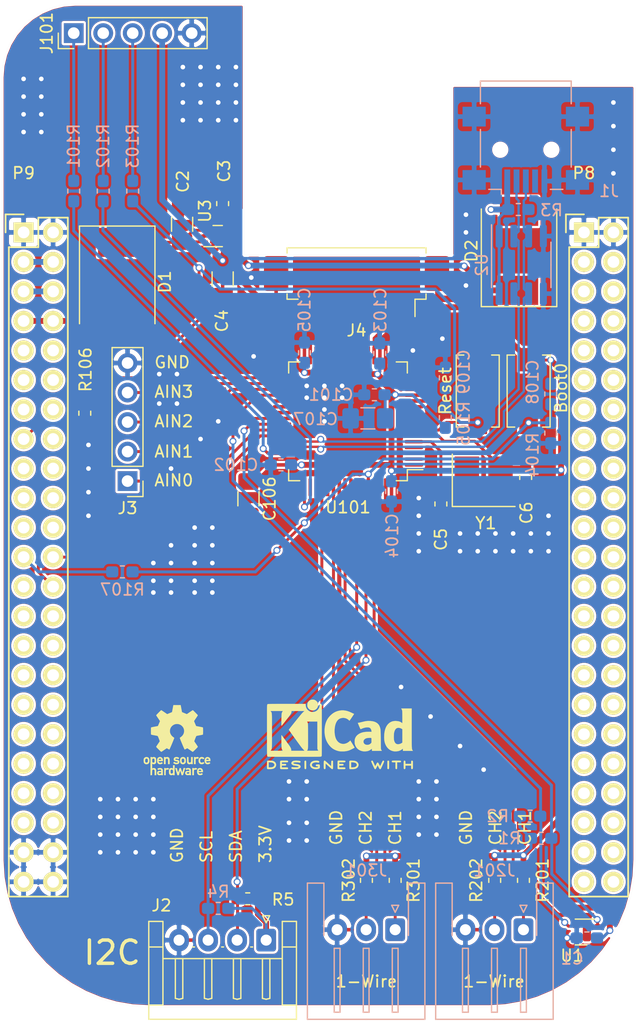
<source format=kicad_pcb>
(kicad_pcb (version 20171130) (host pcbnew 5.1.6-1.fc32)
  (layers (0 F.Cu signal) (31 B.Cu signal) (34 B.Paste user) (35 F.Paste user) (36 B.SilkS user) (37 F.SilkS user) (38 B.Mask user) (39 F.Mask user) (44 Edge.Cuts user))
  (net 0 "")
  (net 1 GNDD)
  (net 2 +3V3)
  (net 3 +5V)
  (net 4 SYS_5V)
  (net 5 /SWCLK)
  (net 6 /SWDIO)
  (net 7 /3.3V_MCU)
  (net 8 "Net-(J101-Pad3)")
  (net 9 "Net-(J101-Pad2)")
  (net 10 "Net-(J101-Pad1)")
  (net 11 /BOOT0)
  (net 12 /RESET)
  (net 13 /GPIO_48)
  (net 14 /U1_TXD)
  (net 15 /U1_RXD)
  (net 16 /GPIO_49)
  (net 17 /UART2_RX)
  (net 18 /UART4_RX)
  (net 19 /UART3_RX)
  (net 20 /I2C3_SCL)
  (net 21 /I2C3_SDA)
  (net 22 /UART5_RX)
  (net 23 /ADC4_IN5)
  (net 24 /ADC4_IN4)
  (net 25 /ADC3_IN5)
  (net 26 /ADC4_IN3)
  (net 27 /USB_D+)
  (net 28 /USB_D-)
  (net 29 /USB_VBUS)
  (net 30 "Net-(C2-Pad1)")
  (net 31 "Net-(C3-Pad1)")
  (net 32 /I2C1_SCL)
  (net 33 /I2C1_SDA)
  (net 34 "Net-(C5-Pad2)")
  (net 35 "Net-(C6-Pad2)")
  (net 36 /SPI1_MISO)
  (net 37 /SPI1_MOSI)
  (net 38 /SPI1_SCK)
  (net 39 /SPI1_NSS)
  (net 40 /LCD_IO1)
  (net 41 /LCD_IO0)
  (module Connector_Molex:Molex_PicoBlade_53261-0871_1x08-1MP_P1.25mm_Horizontal (layer F.Cu) (at 145.0467 66.421 180)
    (fp_text reference J4 (at 0 -4.4) (layer F.SilkS))
    (fp_text value Conn_01x08_MountingPin)
    (pad MP smd roundrect (at 6.925 0.5 180) (size 2.1 3) (layers F.Cu F.Paste F.Mask) (roundrect_rratio 0.119048) (net 1 GNDD))
    (pad MP smd roundrect (at -6.925 0.5 180) (size 2.1 3) (layers F.Cu F.Paste F.Mask) (roundrect_rratio 0.119048) (net 1 GNDD))
    (pad 8 smd roundrect (at 4.375 -2.4 180) (size 0.8 1.6) (layers F.Cu F.Paste F.Mask) (net 1 GNDD))
    (pad 7 smd roundrect (at 3.125 -2.4 180) (size 0.8 1.6) (layers F.Cu F.Paste F.Mask) (net 40 /LCD_IO1))
    (pad 6 smd roundrect (at 1.875 -2.4 180) (size 0.8 1.6) (layers F.Cu F.Paste F.Mask) (net 41 /LCD_IO0))
    (pad 5 smd roundrect (at 0.625 -2.4 180) (size 0.8 1.6) (layers F.Cu F.Paste F.Mask) (net 36 /SPI1_MISO))
    (pad 4 smd roundrect (at -0.625 -2.4 180) (size 0.8 1.6) (layers F.Cu F.Paste F.Mask) (net 37 /SPI1_MOSI))
    (pad 3 smd roundrect (at -1.875 -2.4 180) (size 0.8 1.6) (layers F.Cu F.Paste F.Mask) (net 38 /SPI1_SCK))
    (pad 2 smd roundrect (at -3.125 -2.4 180) (size 0.8 1.6) (layers F.Cu F.Paste F.Mask) (net 39 /SPI1_NSS))
    (pad 1 smd roundrect (at -4.375 -2.4 180) (size 0.8 1.6) (layers F.Cu F.Paste F.Mask) (net 7 /3.3V_MCU))
  )
  (module Symbol:OSHW-Logo_5.7x6mm_SilkScreen (layer F.Cu) (at 129.5781 106.0704)
    (fp_text reference LOGO2 hide)
    (fp_text value Logo_Open_Hardware_Small hide)
  )
  (module Connector_PinHeader_2.54mm:PinHeader_1x05_P2.54mm_Vertical (layer F.Cu) (at 125.3236 83.7819 180)
    (fp_text reference J3 (at 0 -2.33) (layer F.SilkS))
    (fp_text value Conn_01x05)
    (pad 5 thru_hole oval (at 0 10.16 180) (size 1.7 1.7) (drill 1) (layers *.Cu *.Mask) (net 1 GNDD))
    (pad 4 thru_hole oval (at 0 7.62 180) (size 1.7 1.7) (drill 1) (layers *.Cu *.Mask) (net 26 /ADC4_IN3))
    (pad 3 thru_hole oval (at 0 5.08 180) (size 1.7 1.7) (drill 1) (layers *.Cu *.Mask) (net 25 /ADC3_IN5))
    (pad 2 thru_hole oval (at 0 2.54 180) (size 1.7 1.7) (drill 1) (layers *.Cu *.Mask) (net 24 /ADC4_IN4))
    (pad 1 thru_hole rect (at 0 0 180) (size 1.7 1.7) (drill 1) (layers *.Cu *.Mask) (net 23 /ADC4_IN5))
  )
  (module Symbol:KiCad-Logo2_5mm_SilkScreen (layer F.Cu) (at 143.6116 105.5624)
    (fp_text reference LOGO1 hide)
    (fp_text value Logo_Open_Hardware_Small hide)
  )
  (module Crystal:Crystal_SMD_3225-4Pin_3.2x2.5mm_HandSoldering (layer F.Cu) (at 155.9941 83.7184)
    (fp_text reference Y1 (at 0.1905 3.683) (layer F.SilkS))
    (fp_text value Crystal_GND24)
    (pad 4 smd rect (at -1.45 -1.15) (size 2.1 1.8) (layers F.Cu F.Paste F.Mask))
    (pad 3 smd rect (at 1.45 -1.15) (size 2.1 1.8) (layers F.Cu F.Paste F.Mask) (net 35 "Net-(C6-Pad2)"))
    (pad 2 smd rect (at 1.45 1.15) (size 2.1 1.8) (layers F.Cu F.Paste F.Mask))
    (pad 1 smd rect (at -1.45 1.15) (size 2.1 1.8) (layers F.Cu F.Paste F.Mask) (net 34 "Net-(C5-Pad2)"))
  )
  (module Capacitor_SMD:C_0603_1608Metric_Pad1.05x0.95mm_HandSolder (layer F.Cu) (at 159.6136 83.4644 90)
    (fp_text reference C6 (at -3.048 0.0635 90) (layer F.SilkS))
    (fp_text value 100nF)
    (pad 2 smd roundrect (at 0.875 0 90) (size 1.05 0.95) (layers F.Cu F.Paste F.Mask) (net 35 "Net-(C6-Pad2)"))
    (pad 1 smd roundrect (at -0.875 0 90) (size 1.05 0.95) (layers F.Cu F.Paste F.Mask) (net 1 GNDD))
  )
  (module Capacitor_SMD:C_0603_1608Metric_Pad1.05x0.95mm_HandSolder (layer F.Cu) (at 152.3111 85.7504 90)
    (fp_text reference C5 (at -3.048 0 90) (layer F.SilkS))
    (fp_text value 100nF)
    (pad 2 smd roundrect (at 0.875 0 90) (size 1.05 0.95) (layers F.Cu F.Paste F.Mask) (net 34 "Net-(C5-Pad2)"))
    (pad 1 smd roundrect (at -0.875 0 90) (size 1.05 0.95) (layers F.Cu F.Paste F.Mask) (net 1 GNDD))
  )
  (module Resistor_SMD:R_0603_1608Metric_Pad1.05x0.95mm_HandSolder (layer F.Cu) (at 135.6741 119.7229 180)
    (fp_text reference R5 (at -3.048 -0.0635) (layer F.SilkS))
    (fp_text value 4k7)
    (pad 2 smd roundrect (at 0.875 0 180) (size 1.05 0.95) (layers F.Cu F.Paste F.Mask) (net 33 /I2C1_SDA))
    (pad 1 smd roundrect (at -0.875 0 180) (size 1.05 0.95) (layers F.Cu F.Paste F.Mask) (net 7 /3.3V_MCU))
  )
  (module Resistor_SMD:R_0603_1608Metric_Pad1.05x0.95mm_HandSolder (layer B.Cu) (at 133.1341 120.5484 180)
    (fp_text reference R4 (at 0 1.43) (layer B.SilkS) (effects (justify mirror)))
    (fp_text value 4k7)
    (pad 2 smd roundrect (at 0.875 0 180) (size 1.05 0.95) (layers B.Cu B.Paste B.Mask) (net 32 /I2C1_SCL))
    (pad 1 smd roundrect (at -0.875 0 180) (size 1.05 0.95) (layers B.Cu B.Paste B.Mask) (net 7 /3.3V_MCU))
  )
  (module Connector_JST:JST_EH_S4B-EH_1x04_P2.50mm_Horizontal (layer F.Cu) (at 137.2616 123.2789 180)
    (fp_text reference J2 (at 9.017 2.9845) (layer F.SilkS))
    (fp_text value Conn_01x04)
    (pad 4 thru_hole oval (at 7.5 0 180) (size 1.7 1.95) (drill 0.95) (layers *.Cu *.Mask) (net 1 GNDD))
    (pad 3 thru_hole oval (at 5 0 180) (size 1.7 1.95) (drill 0.95) (layers *.Cu *.Mask) (net 32 /I2C1_SCL))
    (pad 2 thru_hole oval (at 2.5 0 180) (size 1.7 1.95) (drill 0.95) (layers *.Cu *.Mask) (net 33 /I2C1_SDA))
    (pad 1 thru_hole roundrect (at 0 0 180) (size 1.7 1.95) (drill 0.95) (layers *.Cu *.Mask) (roundrect_rratio 0.147059) (net 7 /3.3V_MCU))
  )
  (module Package_DFN_QFN:MLF-6-1EP_1.6x1.6mm_P0.5mm_EP0.5x1.26mm (layer F.Cu) (at 132.6896 62.6999)
    (fp_text reference U3 (at -0.6985 -2.159 90) (layer F.SilkS))
    (fp_text value MIC5353-3.3YMT)
    (pad 7 smd rect (at 0 0) (size 0.5 1.26) (layers F.Cu F.Mask) (net 1 GNDD))
    (pad 6 smd roundrect (at 0.8 -0.5) (size 0.7 0.25) (layers F.Cu F.Paste F.Mask) (net 31 "Net-(C3-Pad1)"))
    (pad 5 smd roundrect (at 0.8 0) (size 0.7 0.25) (layers F.Cu F.Paste F.Mask))
    (pad 4 smd roundrect (at 0.8 0.5) (size 0.7 0.25) (layers F.Cu F.Paste F.Mask) (net 7 /3.3V_MCU))
    (pad 3 smd roundrect (at -0.8 0.5) (size 0.7 0.25) (layers F.Cu F.Paste F.Mask) (net 30 "Net-(C2-Pad1)"))
    (pad 2 smd roundrect (at -0.8 0) (size 0.7 0.25) (layers F.Cu F.Paste F.Mask) (net 1 GNDD))
    (pad 1 smd roundrect (at -0.8 -0.5) (size 0.7 0.25) (layers F.Cu F.Paste F.Mask) (net 30 "Net-(C2-Pad1)"))
  )
  (module Diode_SMD:D_SMC (layer F.Cu) (at 159.0421 63.9699 90)
    (fp_text reference D2 (at 0 -4.1 90) (layer F.SilkS))
    (fp_text value B360)
    (pad 2 smd rect (at 3.4 0 180) (size 3.3 2.5) (layers F.Cu F.Paste F.Mask) (net 29 /USB_VBUS))
    (pad 1 smd rect (at -3.4 0 180) (size 3.3 2.5) (layers F.Cu F.Paste F.Mask) (net 30 "Net-(C2-Pad1)"))
  )
  (module Diode_SMD:D_SMC (layer F.Cu) (at 124.4346 66.6369 270)
    (fp_text reference D1 (at 0 -4.1 90) (layer F.SilkS))
    (fp_text value B360)
    (pad 2 smd rect (at 3.4 0) (size 3.3 2.5) (layers F.Cu F.Paste F.Mask) (net 4 SYS_5V))
    (pad 1 smd rect (at -3.4 0) (size 3.3 2.5) (layers F.Cu F.Paste F.Mask) (net 30 "Net-(C2-Pad1)"))
  )
  (module Capacitor_SMD:C_1206_3216Metric_Pad1.42x1.75mm_HandSolder (layer F.Cu) (at 133.5151 66.3829 270)
    (fp_text reference C4 (at 3.6195 0.0635 90) (layer F.SilkS))
    (fp_text value 10µF)
    (pad 2 smd roundrect (at 1.4875 0 270) (size 1.425 1.75) (layers F.Cu F.Paste F.Mask) (roundrect_rratio 0.175439) (net 1 GNDD))
    (pad 1 smd roundrect (at -1.4875 0 270) (size 1.425 1.75) (layers F.Cu F.Paste F.Mask) (roundrect_rratio 0.175439) (net 7 /3.3V_MCU))
  )
  (module Capacitor_SMD:C_0603_1608Metric_Pad1.05x0.95mm_HandSolder (layer F.Cu) (at 133.5151 59.9059 90)
    (fp_text reference C3 (at 2.794 0.127 90) (layer F.SilkS))
    (fp_text value 100nF)
    (pad 2 smd roundrect (at 0.875 0 90) (size 1.05 0.95) (layers F.Cu F.Paste F.Mask) (net 1 GNDD))
    (pad 1 smd roundrect (at -0.875 0 90) (size 1.05 0.95) (layers F.Cu F.Paste F.Mask) (net 31 "Net-(C3-Pad1)"))
  )
  (module Capacitor_SMD:C_1206_3216Metric_Pad1.42x1.75mm_HandSolder (layer F.Cu) (at 130.0226 61.6839 90)
    (fp_text reference C2 (at 3.683 0.0635 90) (layer F.SilkS))
    (fp_text value 10µF)
    (pad 2 smd roundrect (at 1.4875 0 90) (size 1.425 1.75) (layers F.Cu F.Paste F.Mask) (roundrect_rratio 0.175439) (net 1 GNDD))
    (pad 1 smd roundrect (at -1.4875 0 90) (size 1.425 1.75) (layers F.Cu F.Paste F.Mask) (roundrect_rratio 0.175439) (net 30 "Net-(C2-Pad1)"))
  )
  (module Capacitor_SMD:C_1206_3216Metric_Pad1.42x1.75mm_HandSolder (layer B.Cu) (at 146.0246 78.3844 180)
    (fp_text reference C107 (at 4.5085 -0.0635) (layer B.SilkS) (effects (justify mirror)))
    (fp_text value 10µF)
    (pad 2 smd roundrect (at 1.4875 0 180) (size 1.425 1.75) (layers B.Cu B.Paste B.Mask) (roundrect_rratio 0.175439) (net 1 GNDD))
    (pad 1 smd roundrect (at -1.4875 0 180) (size 1.425 1.75) (layers B.Cu B.Paste B.Mask) (roundrect_rratio 0.175439) (net 7 /3.3V_MCU))
  )
  (module Capacitor_SMD:C_1206_3216Metric_Pad1.42x1.75mm_HandSolder (layer F.Cu) (at 135.7376 85.3059 270)
    (fp_text reference C106 (at 0 -1.82 90) (layer F.SilkS))
    (fp_text value 10µF)
    (pad 2 smd roundrect (at 1.4875 0 270) (size 1.425 1.75) (layers F.Cu F.Paste F.Mask) (roundrect_rratio 0.175439) (net 1 GNDD))
    (pad 1 smd roundrect (at -1.4875 0 270) (size 1.425 1.75) (layers F.Cu F.Paste F.Mask) (roundrect_rratio 0.175439) (net 7 /3.3V_MCU))
  )
  (module Package_SO:SOIC-8_3.9x4.9mm_P1.27mm (layer B.Cu) (at 159.2326 65.1764 270)
    (fp_text reference U2 (at 0 3.4 270) (layer B.SilkS) (effects (justify mirror)))
    (fp_text value USB6B1)
    (pad 8 smd roundrect (at 2.475 1.905 270) (size 1.95 0.6) (layers B.Cu B.Paste B.Mask) (net 29 /USB_VBUS))
    (pad 7 smd roundrect (at 2.475 0.635 270) (size 1.95 0.6) (layers B.Cu B.Paste B.Mask) (net 28 /USB_D-))
    (pad 6 smd roundrect (at 2.475 -0.635 270) (size 1.95 0.6) (layers B.Cu B.Paste B.Mask) (net 27 /USB_D+))
    (pad 5 smd roundrect (at 2.475 -1.905 270) (size 1.95 0.6) (layers B.Cu B.Paste B.Mask) (net 1 GNDD))
    (pad 4 smd roundrect (at -2.475 -1.905 270) (size 1.95 0.6) (layers B.Cu B.Paste B.Mask) (net 1 GNDD))
    (pad 3 smd roundrect (at -2.475 -0.635 270) (size 1.95 0.6) (layers B.Cu B.Paste B.Mask) (net 27 /USB_D+))
    (pad 2 smd roundrect (at -2.475 0.635 270) (size 1.95 0.6) (layers B.Cu B.Paste B.Mask) (net 28 /USB_D-))
    (pad 1 smd roundrect (at -2.475 1.905 270) (size 1.95 0.6) (layers B.Cu B.Paste B.Mask) (net 29 /USB_VBUS))
  )
  (module Resistor_SMD:R_0603_1608Metric_Pad1.05x0.95mm_HandSolder (layer B.Cu) (at 158.9786 60.4139)
    (fp_text reference R3 (at 2.8575 0.0635) (layer B.SilkS) (effects (justify mirror)))
    (fp_text value 4k7)
    (pad 2 smd roundrect (at 0.875 0) (size 1.05 0.95) (layers B.Cu B.Paste B.Mask) (net 27 /USB_D+))
    (pad 1 smd roundrect (at -0.875 0) (size 1.05 0.95) (layers B.Cu B.Paste B.Mask) (net 29 /USB_VBUS))
  )
  (module Connector_USB:USB_Mini-B_Lumberg_2486_01_Horizontal (layer B.Cu) (at 159.6263 55.2704)
    (fp_text reference J1 (at 7.1628 3.556) (layer B.SilkS) (effects (justify mirror)))
    (fp_text value USB_B_Mini)
    (pad "" np_thru_hole circle (at 2.2 0) (size 1 1) (drill 1) (layers *.Cu *.Mask))
    (pad "" np_thru_hole circle (at -2.2 0) (size 1 1) (drill 1) (layers *.Cu *.Mask))
    (pad 6 smd rect (at 4.45 -2.85) (size 2 1.7) (layers B.Cu B.Paste B.Mask) (net 1 GNDD))
    (pad 6 smd rect (at 4.45 2.6) (size 2 1.7) (layers B.Cu B.Paste B.Mask) (net 1 GNDD))
    (pad 6 smd rect (at -4.45 -2.85) (size 2 1.7) (layers B.Cu B.Paste B.Mask) (net 1 GNDD))
    (pad 6 smd rect (at -4.45 2.6) (size 2 1.7) (layers B.Cu B.Paste B.Mask) (net 1 GNDD))
    (pad 5 smd rect (at 1.6 2.7) (size 0.5 2) (layers B.Cu B.Paste B.Mask) (net 1 GNDD))
    (pad 4 smd rect (at 0.8 2.7) (size 0.5 2) (layers B.Cu B.Paste B.Mask))
    (pad 3 smd rect (at 0 2.7) (size 0.5 2) (layers B.Cu B.Paste B.Mask) (net 27 /USB_D+))
    (pad 2 smd rect (at -0.8 2.7) (size 0.5 2) (layers B.Cu B.Paste B.Mask) (net 28 /USB_D-))
    (pad 1 smd rect (at -1.6 2.7) (size 0.5 2) (layers B.Cu B.Paste B.Mask) (net 29 /USB_VBUS))
  )
  (module Sensor_Humidity:Sensirion_DFN-4-1EP_2x2mm_P1mm_EP0.7x1.6mm (layer F.Cu) (at 164.8841 122.5804 180)
    (fp_text reference U1 (at 1.27 -2.032) (layer F.SilkS))
    (fp_text value SHTC3)
    (pad 5 smd roundrect (at 0 0 180) (size 0.7 1.6) (layers F.Cu F.Mask))
    (pad 4 smd roundrect (at 0.925 -0.5 180) (size 0.55 0.35) (layers F.Cu F.Mask) (net 1 GNDD))
    (pad 3 smd roundrect (at 0.925 0.5 180) (size 0.55 0.35) (layers F.Cu F.Mask) (net 21 /I2C3_SDA))
    (pad 2 smd roundrect (at -0.925 0.5 180) (size 0.55 0.35) (layers F.Cu F.Mask) (net 20 /I2C3_SCL))
    (pad 1 smd roundrect (at -0.925 -0.5 180) (size 0.55 0.35) (layers F.Cu F.Mask) (net 7 /3.3V_MCU))
  )
  (module Resistor_SMD:R_0603_1608Metric_Pad1.05x0.95mm_HandSolder (layer B.Cu) (at 159.9946 112.6109)
    (fp_text reference R2 (at -2.794 0 -180) (layer B.SilkS) (effects (justify mirror)))
    (fp_text value 4k7)
    (pad 2 smd roundrect (at 0.875 0) (size 1.05 0.95) (layers B.Cu B.Paste B.Mask) (net 21 /I2C3_SDA))
    (pad 1 smd roundrect (at -0.875 0) (size 1.05 0.95) (layers B.Cu B.Paste B.Mask) (net 7 /3.3V_MCU))
  )
  (module Resistor_SMD:R_0603_1608Metric_Pad1.05x0.95mm_HandSolder (layer B.Cu) (at 160.9471 114.5159)
    (fp_text reference R1 (at -2.7305 0) (layer B.SilkS) (effects (justify mirror)))
    (fp_text value 4k7)
    (pad 2 smd roundrect (at 0.875 0) (size 1.05 0.95) (layers B.Cu B.Paste B.Mask) (net 20 /I2C3_SCL))
    (pad 1 smd roundrect (at -0.875 0) (size 1.05 0.95) (layers B.Cu B.Paste B.Mask) (net 7 /3.3V_MCU))
  )
  (module Capacitor_SMD:C_0603_1608Metric_Pad1.05x0.95mm_HandSolder (layer B.Cu) (at 164.8841 123.0884 180)
    (fp_text reference C1 (at 1.27 -1.778) (layer B.SilkS) (effects (justify mirror)))
    (fp_text value 100nF)
    (pad 2 smd roundrect (at 0.875 0 180) (size 1.05 0.95) (layers B.Cu B.Paste B.Mask) (net 1 GNDD))
    (pad 1 smd roundrect (at -0.875 0 180) (size 1.05 0.95) (layers B.Cu B.Paste B.Mask) (net 7 /3.3V_MCU))
  )
  (module Resistor_SMD:R_0603_1608Metric_Pad1.05x0.95mm_HandSolder (layer F.Cu) (at 145.8976 118.1354 270)
    (fp_text reference R302 (at 0 1.524 90) (layer F.SilkS))
    (fp_text value 4k7)
    (pad 2 smd roundrect (at 0.875 0 270) (size 1.05 0.95) (layers F.Cu F.Paste F.Mask) (net 18 /UART4_RX))
    (pad 1 smd roundrect (at -0.875 0 270) (size 1.05 0.95) (layers F.Cu F.Paste F.Mask) (net 7 /3.3V_MCU))
  )
  (module Resistor_SMD:R_0603_1608Metric_Pad1.05x0.95mm_HandSolder (layer F.Cu) (at 148.3741 118.1354 270)
    (fp_text reference R301 (at 0 -1.5875 90) (layer F.SilkS))
    (fp_text value 4k7)
    (pad 2 smd roundrect (at 0.875 0 270) (size 1.05 0.95) (layers F.Cu F.Paste F.Mask) (net 22 /UART5_RX))
    (pad 1 smd roundrect (at -0.875 0 270) (size 1.05 0.95) (layers F.Cu F.Paste F.Mask) (net 7 /3.3V_MCU))
  )
  (module Resistor_SMD:R_0603_1608Metric_Pad1.05x0.95mm_HandSolder (layer F.Cu) (at 156.9466 118.1354 270)
    (fp_text reference R202 (at 0 1.5875 90) (layer F.SilkS))
    (fp_text value 4k7)
    (pad 2 smd roundrect (at 0.875 0 270) (size 1.05 0.95) (layers F.Cu F.Paste F.Mask) (net 17 /UART2_RX))
    (pad 1 smd roundrect (at -0.875 0 270) (size 1.05 0.95) (layers F.Cu F.Paste F.Mask) (net 7 /3.3V_MCU))
  )
  (module Resistor_SMD:R_0603_1608Metric_Pad1.05x0.95mm_HandSolder (layer F.Cu) (at 159.4231 118.1354 270)
    (fp_text reference R201 (at 0 -1.651 90) (layer F.SilkS))
    (fp_text value 4k7)
    (pad 2 smd roundrect (at 0.875 0 270) (size 1.05 0.95) (layers F.Cu F.Paste F.Mask) (net 19 /UART3_RX))
    (pad 1 smd roundrect (at -0.875 0 270) (size 1.05 0.95) (layers F.Cu F.Paste F.Mask) (net 7 /3.3V_MCU))
  )
  (module Connector_JST:JST_XH_S3B-XH-A-1_1x03_P2.50mm_Horizontal (layer B.Cu) (at 148.3741 122.3824 180)
    (fp_text reference J301 (at 2.5 5.1) (layer B.SilkS) (effects (justify mirror)))
    (fp_text value Conn_01x03)
    (pad 3 thru_hole oval (at 5 0 180) (size 1.7 1.95) (drill 0.95) (layers *.Cu *.Mask) (net 1 GNDD))
    (pad 2 thru_hole oval (at 2.5 0 180) (size 1.7 1.95) (drill 0.95) (layers *.Cu *.Mask) (net 18 /UART4_RX))
    (pad 1 thru_hole roundrect (at 0 0 180) (size 1.7 1.95) (drill 0.95) (layers *.Cu *.Mask) (roundrect_rratio 0.147059) (net 22 /UART5_RX))
  )
  (module Connector_JST:JST_XH_S3B-XH-A-1_1x03_P2.50mm_Horizontal (layer B.Cu) (at 159.4231 122.3824 180)
    (fp_text reference J201 (at 2.5 5.1) (layer B.SilkS) (effects (justify mirror)))
    (fp_text value Conn_01x03)
    (pad 3 thru_hole oval (at 5 0 180) (size 1.7 1.95) (drill 0.95) (layers *.Cu *.Mask) (net 1 GNDD))
    (pad 2 thru_hole oval (at 2.5 0 180) (size 1.7 1.95) (drill 0.95) (layers *.Cu *.Mask) (net 17 /UART2_RX))
    (pad 1 thru_hole roundrect (at 0 0 180) (size 1.7 1.95) (drill 0.95) (layers *.Cu *.Mask) (roundrect_rratio 0.147059) (net 19 /UART3_RX))
  )
  (module Resistor_SMD:R_0603_1608Metric_Pad1.05x0.95mm_HandSolder (layer B.Cu) (at 124.8791 91.5924)
    (fp_text reference R107 (at 0 1.524) (layer B.SilkS) (effects (justify mirror)))
    (fp_text value 22)
    (pad 2 smd roundrect (at 0.875 0) (size 1.05 0.95) (layers B.Cu B.Paste B.Mask) (net 11 /BOOT0))
    (pad 1 smd roundrect (at -0.875 0) (size 1.05 0.95) (layers B.Cu B.Paste B.Mask) (net 16 /GPIO_49))
  )
  (module Resistor_SMD:R_0603_1608Metric_Pad1.05x0.95mm_HandSolder (layer F.Cu) (at 121.6406 77.9399 90)
    (fp_text reference R106 (at 3.7465 0.0635 90) (layer F.SilkS))
    (fp_text value 22)
    (pad 2 smd roundrect (at 0.875 0 90) (size 1.05 0.95) (layers F.Cu F.Paste F.Mask) (net 12 /RESET))
    (pad 1 smd roundrect (at -0.875 0 90) (size 1.05 0.95) (layers F.Cu F.Paste F.Mask) (net 13 /GPIO_48))
  )
  (module Button_Switch_SMD:SW_SPST_EVQPE1 (layer F.Cu) (at 155.4861 76.0349 90)
    (fp_text reference SW102 hide)
    (fp_text value SW_Push)
    (pad 1 smd rect (at -2.7 0 90) (size 2 1.6) (layers F.Cu F.Paste F.Mask) (net 12 /RESET))
    (pad 2 smd rect (at 2.7 0 90) (size 2 1.6) (layers F.Cu F.Paste F.Mask) (net 1 GNDD))
  )
  (module Button_Switch_SMD:SW_SPST_EVQPE1 (layer F.Cu) (at 159.8676 76.0349 270)
    (fp_text reference SW101 hide)
    (fp_text value SW_Push)
    (pad 1 smd rect (at -2.7 0 270) (size 2 1.6) (layers F.Cu F.Paste F.Mask) (net 7 /3.3V_MCU))
    (pad 2 smd rect (at 2.7 0 270) (size 2 1.6) (layers F.Cu F.Paste F.Mask) (net 11 /BOOT0))
  )
  (module Resistor_SMD:R_0603_1608Metric_Pad1.05x0.95mm_HandSolder (layer B.Cu) (at 152.6921 78.3209 90)
    (fp_text reference R105 (at -0.508 1.5875 90) (layer B.SilkS) (effects (justify mirror)))
    (fp_text value 2k2)
    (pad 2 smd roundrect (at 0.875 0 90) (size 1.05 0.95) (layers B.Cu B.Paste B.Mask) (net 12 /RESET))
    (pad 1 smd roundrect (at -0.875 0 90) (size 1.05 0.95) (layers B.Cu B.Paste B.Mask) (net 7 /3.3V_MCU))
  )
  (module Resistor_SMD:R_0603_1608Metric_Pad1.05x0.95mm_HandSolder (layer B.Cu) (at 161.7726 79.6544 270)
    (fp_text reference R104 (at 1.8796 1.5621 90) (layer B.SilkS) (effects (justify mirror)))
    (fp_text value 2K2)
    (pad 2 smd roundrect (at 0.875 0 270) (size 1.05 0.95) (layers B.Cu B.Paste B.Mask) (net 1 GNDD))
    (pad 1 smd roundrect (at -0.875 0 270) (size 1.05 0.95) (layers B.Cu B.Paste B.Mask) (net 11 /BOOT0))
  )
  (module Capacitor_SMD:C_0603_1608Metric_Pad1.05x0.95mm_HandSolder (layer B.Cu) (at 152.6921 74.8919 90)
    (fp_text reference C109 (at 0.508 1.5875 90) (layer B.SilkS) (effects (justify mirror)))
    (fp_text value 100nF)
    (pad 2 smd roundrect (at 0.875 0 90) (size 1.05 0.95) (layers B.Cu B.Paste B.Mask) (net 1 GNDD))
    (pad 1 smd roundrect (at -0.875 0 90) (size 1.05 0.95) (layers B.Cu B.Paste B.Mask) (net 12 /RESET))
  )
  (module Capacitor_SMD:C_0603_1608Metric_Pad1.05x0.95mm_HandSolder (layer B.Cu) (at 161.7726 76.2889 270)
    (fp_text reference C108 (at -1.0287 1.5621 90) (layer B.SilkS) (effects (justify mirror)))
    (fp_text value 100nF)
    (pad 2 smd roundrect (at 0.875 0 270) (size 1.05 0.95) (layers B.Cu B.Paste B.Mask) (net 11 /BOOT0))
    (pad 1 smd roundrect (at -0.875 0 270) (size 1.05 0.95) (layers B.Cu B.Paste B.Mask) (net 7 /3.3V_MCU))
  )
  (module Resistor_SMD:R_0603_1608Metric_Pad1.05x0.95mm_HandSolder (layer B.Cu) (at 125.7681 58.8264 270)
    (fp_text reference R103 (at -3.8735 0 90) (layer B.SilkS) (effects (justify mirror)))
    (fp_text value 22)
    (pad 2 smd roundrect (at 0.875 0 270) (size 1.05 0.95) (layers B.Cu B.Paste B.Mask) (net 12 /RESET))
    (pad 1 smd roundrect (at -0.875 0 270) (size 1.05 0.95) (layers B.Cu B.Paste B.Mask) (net 8 "Net-(J101-Pad3)"))
  )
  (module Resistor_SMD:R_0603_1608Metric_Pad1.05x0.95mm_HandSolder (layer B.Cu) (at 123.2281 58.8264 270)
    (fp_text reference R102 (at -3.8735 0 270) (layer B.SilkS) (effects (justify mirror)))
    (fp_text value 22)
    (pad 2 smd roundrect (at 0.875 0 270) (size 1.05 0.95) (layers B.Cu B.Paste B.Mask) (net 5 /SWCLK))
    (pad 1 smd roundrect (at -0.875 0 270) (size 1.05 0.95) (layers B.Cu B.Paste B.Mask) (net 9 "Net-(J101-Pad2)"))
  )
  (module Resistor_SMD:R_0603_1608Metric_Pad1.05x0.95mm_HandSolder (layer B.Cu) (at 120.6881 58.8264 270)
    (fp_text reference R101 (at -3.8735 0 90) (layer B.SilkS) (effects (justify mirror)))
    (fp_text value 22)
    (pad 2 smd roundrect (at 0.875 0 270) (size 1.05 0.95) (layers B.Cu B.Paste B.Mask) (net 6 /SWDIO))
    (pad 1 smd roundrect (at -0.875 0 270) (size 1.05 0.95) (layers B.Cu B.Paste B.Mask) (net 10 "Net-(J101-Pad1)"))
  )
  (module Connector_PinHeader_2.54mm:PinHeader_1x05_P2.54mm_Vertical (layer F.Cu) (at 120.6881 45.2374 90)
    (fp_text reference J101 (at 0 -2.33 90) (layer F.SilkS))
    (fp_text value Conn_01x05)
    (pad 5 thru_hole oval (at 0 10.16 90) (size 1.7 1.7) (drill 1) (layers *.Cu *.Mask) (net 1 GNDD))
    (pad 4 thru_hole oval (at 0 7.62 90) (size 1.7 1.7) (drill 1) (layers *.Cu *.Mask) (net 7 /3.3V_MCU))
    (pad 3 thru_hole oval (at 0 5.08 90) (size 1.7 1.7) (drill 1) (layers *.Cu *.Mask) (net 8 "Net-(J101-Pad3)"))
    (pad 2 thru_hole oval (at 0 2.54 90) (size 1.7 1.7) (drill 1) (layers *.Cu *.Mask) (net 9 "Net-(J101-Pad2)"))
    (pad 1 thru_hole rect (at 0 0 90) (size 1.7 1.7) (drill 1) (layers *.Cu *.Mask) (net 10 "Net-(J101-Pad1)"))
  )
  (module Capacitor_SMD:C_0603_1608Metric_Pad1.05x0.95mm_HandSolder (layer B.Cu) (at 140.5636 72.7329 90)
    (fp_text reference C105 (at 3.683 0 270) (layer B.SilkS) (effects (justify mirror)))
    (fp_text value 100nF)
    (pad 2 smd roundrect (at 0.875 0 90) (size 1.05 0.95) (layers B.Cu B.Paste B.Mask) (net 1 GNDD))
    (pad 1 smd roundrect (at -0.875 0 90) (size 1.05 0.95) (layers B.Cu B.Paste B.Mask) (net 7 /3.3V_MCU))
  )
  (module Capacitor_SMD:C_0603_1608Metric_Pad1.05x0.95mm_HandSolder (layer B.Cu) (at 148.0566 84.6709 270)
    (fp_text reference C104 (at 3.81 -0.0635 90) (layer B.SilkS) (effects (justify mirror)))
    (fp_text value 100nF)
    (pad 2 smd roundrect (at 0.875 0 270) (size 1.05 0.95) (layers B.Cu B.Paste B.Mask) (net 1 GNDD))
    (pad 1 smd roundrect (at -0.875 0 270) (size 1.05 0.95) (layers B.Cu B.Paste B.Mask) (net 7 /3.3V_MCU))
  )
  (module Capacitor_SMD:C_0603_1608Metric_Pad1.05x0.95mm_HandSolder (layer B.Cu) (at 147.0406 72.7964 90)
    (fp_text reference C103 (at 3.7465 0.0635 270) (layer B.SilkS) (effects (justify mirror)))
    (fp_text value 100nF)
    (pad 2 smd roundrect (at 0.875 0 90) (size 1.05 0.95) (layers B.Cu B.Paste B.Mask) (net 1 GNDD))
    (pad 1 smd roundrect (at -0.875 0 90) (size 1.05 0.95) (layers B.Cu B.Paste B.Mask) (net 7 /3.3V_MCU))
  )
  (module Capacitor_SMD:C_0603_1608Metric_Pad1.05x0.95mm_HandSolder (layer B.Cu) (at 138.5316 82.3849 180)
    (fp_text reference C102 (at 3.8735 0) (layer B.SilkS) (effects (justify mirror)))
    (fp_text value 100nF)
    (pad 2 smd roundrect (at 0.875 0 180) (size 1.05 0.95) (layers B.Cu B.Paste B.Mask) (net 1 GNDD))
    (pad 1 smd roundrect (at -0.875 0 180) (size 1.05 0.95) (layers B.Cu B.Paste B.Mask) (net 7 /3.3V_MCU))
  )
  (module Capacitor_SMD:C_0603_1608Metric_Pad1.05x0.95mm_HandSolder (layer B.Cu) (at 146.5821 76.3524 180)
    (fp_text reference C101 (at 3.7325 0) (layer B.SilkS) (effects (justify mirror)))
    (fp_text value 100nF)
    (pad 2 smd roundrect (at 0.875 0 180) (size 1.05 0.95) (layers B.Cu B.Paste B.Mask) (net 1 GNDD))
    (pad 1 smd roundrect (at -0.875 0 180) (size 1.05 0.95) (layers B.Cu B.Paste B.Mask) (net 7 /3.3V_MCU))
  )
  (module Package_QFP:LQFP-64_10x10mm_P0.5mm (layer F.Cu) (at 144.3101 78.6384 180)
    (fp_text reference U101 (at 0 -7.4) (layer F.SilkS))
    (fp_text value STM32F303RDTx)
    (pad 64 smd roundrect (at -3.75 -5.675 180) (size 0.3 1.55) (layers F.Cu F.Paste F.Mask) (net 7 /3.3V_MCU))
    (pad 63 smd roundrect (at -3.25 -5.675 180) (size 0.3 1.55) (layers F.Cu F.Paste F.Mask) (net 1 GNDD))
    (pad 62 smd roundrect (at -2.75 -5.675 180) (size 0.3 1.55) (layers F.Cu F.Paste F.Mask) (net 19 /UART3_RX))
    (pad 61 smd roundrect (at -2.25 -5.675 180) (size 0.3 1.55) (layers F.Cu F.Paste F.Mask) (net 19 /UART3_RX))
    (pad 60 smd roundrect (at -1.75 -5.675 180) (size 0.3 1.55) (layers F.Cu F.Paste F.Mask) (net 11 /BOOT0))
    (pad 59 smd roundrect (at -1.25 -5.675 180) (size 0.3 1.55) (layers F.Cu F.Paste F.Mask) (net 33 /I2C1_SDA))
    (pad 58 smd roundrect (at -0.75 -5.675 180) (size 0.3 1.55) (layers F.Cu F.Paste F.Mask) (net 32 /I2C1_SCL))
    (pad 57 smd roundrect (at -0.25 -5.675 180) (size 0.3 1.55) (layers F.Cu F.Paste F.Mask))
    (pad 56 smd roundrect (at 0.25 -5.675 180) (size 0.3 1.55) (layers F.Cu F.Paste F.Mask) (net 17 /UART2_RX))
    (pad 55 smd roundrect (at 0.75 -5.675 180) (size 0.3 1.55) (layers F.Cu F.Paste F.Mask) (net 17 /UART2_RX))
    (pad 54 smd roundrect (at 1.25 -5.675 180) (size 0.3 1.55) (layers F.Cu F.Paste F.Mask) (net 22 /UART5_RX))
    (pad 53 smd roundrect (at 1.75 -5.675 180) (size 0.3 1.55) (layers F.Cu F.Paste F.Mask) (net 22 /UART5_RX))
    (pad 52 smd roundrect (at 2.25 -5.675 180) (size 0.3 1.55) (layers F.Cu F.Paste F.Mask) (net 18 /UART4_RX))
    (pad 51 smd roundrect (at 2.75 -5.675 180) (size 0.3 1.55) (layers F.Cu F.Paste F.Mask) (net 18 /UART4_RX))
    (pad 50 smd roundrect (at 3.25 -5.675 180) (size 0.3 1.55) (layers F.Cu F.Paste F.Mask))
    (pad 49 smd roundrect (at 3.75 -5.675 180) (size 0.3 1.55) (layers F.Cu F.Paste F.Mask) (net 5 /SWCLK))
    (pad 48 smd roundrect (at 5.675 -3.75 180) (size 1.55 0.3) (layers F.Cu F.Paste F.Mask) (net 7 /3.3V_MCU))
    (pad 47 smd roundrect (at 5.675 -3.25 180) (size 1.55 0.3) (layers F.Cu F.Paste F.Mask) (net 1 GNDD))
    (pad 46 smd roundrect (at 5.675 -2.75 180) (size 1.55 0.3) (layers F.Cu F.Paste F.Mask) (net 6 /SWDIO))
    (pad 45 smd roundrect (at 5.675 -2.25 180) (size 1.55 0.3) (layers F.Cu F.Paste F.Mask) (net 27 /USB_D+))
    (pad 44 smd roundrect (at 5.675 -1.75 180) (size 1.55 0.3) (layers F.Cu F.Paste F.Mask) (net 28 /USB_D-))
    (pad 43 smd roundrect (at 5.675 -1.25 180) (size 1.55 0.3) (layers F.Cu F.Paste F.Mask) (net 14 /U1_TXD))
    (pad 42 smd roundrect (at 5.675 -0.75 180) (size 1.55 0.3) (layers F.Cu F.Paste F.Mask) (net 15 /U1_RXD))
    (pad 41 smd roundrect (at 5.675 -0.25 180) (size 1.55 0.3) (layers F.Cu F.Paste F.Mask) (net 20 /I2C3_SCL))
    (pad 40 smd roundrect (at 5.675 0.25 180) (size 1.55 0.3) (layers F.Cu F.Paste F.Mask) (net 21 /I2C3_SDA))
    (pad 39 smd roundrect (at 5.675 0.75 180) (size 1.55 0.3) (layers F.Cu F.Paste F.Mask))
    (pad 38 smd roundrect (at 5.675 1.25 180) (size 1.55 0.3) (layers F.Cu F.Paste F.Mask))
    (pad 37 smd roundrect (at 5.675 1.75 180) (size 1.55 0.3) (layers F.Cu F.Paste F.Mask))
    (pad 36 smd roundrect (at 5.675 2.25 180) (size 1.55 0.3) (layers F.Cu F.Paste F.Mask) (net 23 /ADC4_IN5))
    (pad 35 smd roundrect (at 5.675 2.75 180) (size 1.55 0.3) (layers F.Cu F.Paste F.Mask) (net 24 /ADC4_IN4))
    (pad 34 smd roundrect (at 5.675 3.25 180) (size 1.55 0.3) (layers F.Cu F.Paste F.Mask) (net 25 /ADC3_IN5))
    (pad 33 smd roundrect (at 5.675 3.75 180) (size 1.55 0.3) (layers F.Cu F.Paste F.Mask) (net 26 /ADC4_IN3))
    (pad 32 smd roundrect (at 3.75 5.675 180) (size 0.3 1.55) (layers F.Cu F.Paste F.Mask) (net 7 /3.3V_MCU))
    (pad 31 smd roundrect (at 3.25 5.675 180) (size 0.3 1.55) (layers F.Cu F.Paste F.Mask) (net 1 GNDD))
    (pad 30 smd roundrect (at 2.75 5.675 180) (size 0.3 1.55) (layers F.Cu F.Paste F.Mask))
    (pad 29 smd roundrect (at 2.25 5.675 180) (size 0.3 1.55) (layers F.Cu F.Paste F.Mask))
    (pad 28 smd roundrect (at 1.75 5.675 180) (size 0.3 1.55) (layers F.Cu F.Paste F.Mask))
    (pad 27 smd roundrect (at 1.25 5.675 180) (size 0.3 1.55) (layers F.Cu F.Paste F.Mask))
    (pad 26 smd roundrect (at 0.75 5.675 180) (size 0.3 1.55) (layers F.Cu F.Paste F.Mask))
    (pad 25 smd roundrect (at 0.25 5.675 180) (size 0.3 1.55) (layers F.Cu F.Paste F.Mask) (net 40 /LCD_IO1))
    (pad 24 smd roundrect (at -0.25 5.675 180) (size 0.3 1.55) (layers F.Cu F.Paste F.Mask) (net 41 /LCD_IO0))
    (pad 23 smd roundrect (at -0.75 5.675 180) (size 0.3 1.55) (layers F.Cu F.Paste F.Mask) (net 36 /SPI1_MISO))
    (pad 22 smd roundrect (at -1.25 5.675 180) (size 0.3 1.55) (layers F.Cu F.Paste F.Mask) (net 37 /SPI1_MOSI))
    (pad 21 smd roundrect (at -1.75 5.675 180) (size 0.3 1.55) (layers F.Cu F.Paste F.Mask) (net 38 /SPI1_SCK))
    (pad 20 smd roundrect (at -2.25 5.675 180) (size 0.3 1.55) (layers F.Cu F.Paste F.Mask) (net 39 /SPI1_NSS))
    (pad 19 smd roundrect (at -2.75 5.675 180) (size 0.3 1.55) (layers F.Cu F.Paste F.Mask) (net 7 /3.3V_MCU))
    (pad 18 smd roundrect (at -3.25 5.675 180) (size 0.3 1.55) (layers F.Cu F.Paste F.Mask) (net 1 GNDD))
    (pad 17 smd roundrect (at -3.75 5.675 180) (size 0.3 1.55) (layers F.Cu F.Paste F.Mask))
    (pad 16 smd roundrect (at -5.675 3.75 180) (size 1.55 0.3) (layers F.Cu F.Paste F.Mask))
    (pad 15 smd roundrect (at -5.675 3.25 180) (size 1.55 0.3) (layers F.Cu F.Paste F.Mask))
    (pad 14 smd roundrect (at -5.675 2.75 180) (size 1.55 0.3) (layers F.Cu F.Paste F.Mask))
    (pad 13 smd roundrect (at -5.675 2.25 180) (size 1.55 0.3) (layers F.Cu F.Paste F.Mask) (net 7 /3.3V_MCU))
    (pad 12 smd roundrect (at -5.675 1.75 180) (size 1.55 0.3) (layers F.Cu F.Paste F.Mask) (net 1 GNDD))
    (pad 11 smd roundrect (at -5.675 1.25 180) (size 1.55 0.3) (layers F.Cu F.Paste F.Mask))
    (pad 10 smd roundrect (at -5.675 0.75 180) (size 1.55 0.3) (layers F.Cu F.Paste F.Mask))
    (pad 9 smd roundrect (at -5.675 0.25 180) (size 1.55 0.3) (layers F.Cu F.Paste F.Mask))
    (pad 8 smd roundrect (at -5.675 -0.25 180) (size 1.55 0.3) (layers F.Cu F.Paste F.Mask))
    (pad 7 smd roundrect (at -5.675 -0.75 180) (size 1.55 0.3) (layers F.Cu F.Paste F.Mask) (net 12 /RESET))
    (pad 6 smd roundrect (at -5.675 -1.25 180) (size 1.55 0.3) (layers F.Cu F.Paste F.Mask) (net 35 "Net-(C6-Pad2)"))
    (pad 5 smd roundrect (at -5.675 -1.75 180) (size 1.55 0.3) (layers F.Cu F.Paste F.Mask) (net 34 "Net-(C5-Pad2)"))
    (pad 4 smd roundrect (at -5.675 -2.25 180) (size 1.55 0.3) (layers F.Cu F.Paste F.Mask))
    (pad 3 smd roundrect (at -5.675 -2.75 180) (size 1.55 0.3) (layers F.Cu F.Paste F.Mask))
    (pad 2 smd roundrect (at -5.675 -3.25 180) (size 1.55 0.3) (layers F.Cu F.Paste F.Mask))
    (pad 1 smd roundrect (at -5.675 -3.75 180) (size 1.55 0.3) (layers F.Cu F.Paste F.Mask))
  )
  (module Socket_BeagleBone_Black:Socket_BeagleBone_Black (layer F.Cu) (at 164.6301 62.3824)
    (fp_text reference P8 (at 0 -5.1) (layer F.SilkS))
    (fp_text value BeagleBone_Black_Header)
    (pad 1 thru_hole rect (at 0 0) (size 1.7272 1.7272) (drill 1.016) (layers *.Cu *.Mask F.SilkS) (net 1 GNDD))
    (pad 2 thru_hole oval (at 2.54 0) (size 1.7272 1.7272) (drill 1.016) (layers *.Cu *.Mask F.SilkS) (net 1 GNDD))
    (pad 3 thru_hole oval (at 0 2.54) (size 1.7272 1.7272) (drill 1.016) (layers *.Cu *.Mask F.SilkS))
    (pad 4 thru_hole oval (at 2.54 2.54) (size 1.7272 1.7272) (drill 1.016) (layers *.Cu *.Mask F.SilkS))
    (pad 5 thru_hole oval (at 0 5.08) (size 1.7272 1.7272) (drill 1.016) (layers *.Cu *.Mask F.SilkS))
    (pad 6 thru_hole oval (at 2.54 5.08) (size 1.7272 1.7272) (drill 1.016) (layers *.Cu *.Mask F.SilkS))
    (pad 7 thru_hole oval (at 0 7.62) (size 1.7272 1.7272) (drill 1.016) (layers *.Cu *.Mask F.SilkS))
    (pad 8 thru_hole oval (at 2.54 7.62) (size 1.7272 1.7272) (drill 1.016) (layers *.Cu *.Mask F.SilkS))
    (pad 9 thru_hole oval (at 0 10.16) (size 1.7272 1.7272) (drill 1.016) (layers *.Cu *.Mask F.SilkS))
    (pad 10 thru_hole oval (at 2.54 10.16) (size 1.7272 1.7272) (drill 1.016) (layers *.Cu *.Mask F.SilkS))
    (pad 11 thru_hole oval (at 0 12.7) (size 1.7272 1.7272) (drill 1.016) (layers *.Cu *.Mask F.SilkS))
    (pad 12 thru_hole oval (at 2.54 12.7) (size 1.7272 1.7272) (drill 1.016) (layers *.Cu *.Mask F.SilkS))
    (pad 13 thru_hole oval (at 0 15.24) (size 1.7272 1.7272) (drill 1.016) (layers *.Cu *.Mask F.SilkS))
    (pad 14 thru_hole oval (at 2.54 15.24) (size 1.7272 1.7272) (drill 1.016) (layers *.Cu *.Mask F.SilkS))
    (pad 15 thru_hole oval (at 0 17.78) (size 1.7272 1.7272) (drill 1.016) (layers *.Cu *.Mask F.SilkS))
    (pad 16 thru_hole oval (at 2.54 17.78) (size 1.7272 1.7272) (drill 1.016) (layers *.Cu *.Mask F.SilkS))
    (pad 17 thru_hole oval (at 0 20.32) (size 1.7272 1.7272) (drill 1.016) (layers *.Cu *.Mask F.SilkS))
    (pad 18 thru_hole oval (at 2.54 20.32) (size 1.7272 1.7272) (drill 1.016) (layers *.Cu *.Mask F.SilkS))
    (pad 19 thru_hole oval (at 0 22.86) (size 1.7272 1.7272) (drill 1.016) (layers *.Cu *.Mask F.SilkS))
    (pad 20 thru_hole oval (at 2.54 22.86) (size 1.7272 1.7272) (drill 1.016) (layers *.Cu *.Mask F.SilkS))
    (pad 21 thru_hole oval (at 0 25.4) (size 1.7272 1.7272) (drill 1.016) (layers *.Cu *.Mask F.SilkS))
    (pad 22 thru_hole oval (at 2.54 25.4) (size 1.7272 1.7272) (drill 1.016) (layers *.Cu *.Mask F.SilkS))
    (pad 23 thru_hole oval (at 0 27.94) (size 1.7272 1.7272) (drill 1.016) (layers *.Cu *.Mask F.SilkS))
    (pad 24 thru_hole oval (at 2.54 27.94) (size 1.7272 1.7272) (drill 1.016) (layers *.Cu *.Mask F.SilkS))
    (pad 25 thru_hole oval (at 0 30.48) (size 1.7272 1.7272) (drill 1.016) (layers *.Cu *.Mask F.SilkS))
    (pad 26 thru_hole oval (at 2.54 30.48) (size 1.7272 1.7272) (drill 1.016) (layers *.Cu *.Mask F.SilkS))
    (pad 27 thru_hole oval (at 0 33.02) (size 1.7272 1.7272) (drill 1.016) (layers *.Cu *.Mask F.SilkS))
    (pad 28 thru_hole oval (at 2.54 33.02) (size 1.7272 1.7272) (drill 1.016) (layers *.Cu *.Mask F.SilkS))
    (pad 29 thru_hole oval (at 0 35.56) (size 1.7272 1.7272) (drill 1.016) (layers *.Cu *.Mask F.SilkS))
    (pad 30 thru_hole oval (at 2.54 35.56) (size 1.7272 1.7272) (drill 1.016) (layers *.Cu *.Mask F.SilkS))
    (pad 31 thru_hole oval (at 0 38.1) (size 1.7272 1.7272) (drill 1.016) (layers *.Cu *.Mask F.SilkS))
    (pad 32 thru_hole oval (at 2.54 38.1) (size 1.7272 1.7272) (drill 1.016) (layers *.Cu *.Mask F.SilkS))
    (pad 33 thru_hole oval (at 0 40.64) (size 1.7272 1.7272) (drill 1.016) (layers *.Cu *.Mask F.SilkS))
    (pad 34 thru_hole oval (at 2.54 40.64) (size 1.7272 1.7272) (drill 1.016) (layers *.Cu *.Mask F.SilkS))
    (pad 35 thru_hole oval (at 0 43.18) (size 1.7272 1.7272) (drill 1.016) (layers *.Cu *.Mask F.SilkS))
    (pad 36 thru_hole oval (at 2.54 43.18) (size 1.7272 1.7272) (drill 1.016) (layers *.Cu *.Mask F.SilkS))
    (pad 37 thru_hole oval (at 0 45.72) (size 1.7272 1.7272) (drill 1.016) (layers *.Cu *.Mask F.SilkS))
    (pad 38 thru_hole oval (at 2.54 45.72) (size 1.7272 1.7272) (drill 1.016) (layers *.Cu *.Mask F.SilkS))
    (pad 39 thru_hole oval (at 0 48.26) (size 1.7272 1.7272) (drill 1.016) (layers *.Cu *.Mask F.SilkS))
    (pad 40 thru_hole oval (at 2.54 48.26) (size 1.7272 1.7272) (drill 1.016) (layers *.Cu *.Mask F.SilkS))
    (pad 41 thru_hole oval (at 0 50.8) (size 1.7272 1.7272) (drill 1.016) (layers *.Cu *.Mask F.SilkS))
    (pad 42 thru_hole oval (at 2.54 50.8) (size 1.7272 1.7272) (drill 1.016) (layers *.Cu *.Mask F.SilkS))
    (pad 43 thru_hole oval (at 0 53.34) (size 1.7272 1.7272) (drill 1.016) (layers *.Cu *.Mask F.SilkS))
    (pad 44 thru_hole oval (at 2.54 53.34) (size 1.7272 1.7272) (drill 1.016) (layers *.Cu *.Mask F.SilkS))
    (pad 45 thru_hole oval (at 0 55.88) (size 1.7272 1.7272) (drill 1.016) (layers *.Cu *.Mask F.SilkS))
    (pad 46 thru_hole oval (at 2.54 55.88) (size 1.7272 1.7272) (drill 1.016) (layers *.Cu *.Mask F.SilkS))
  )
  (module Socket_BeagleBone_Black:Socket_BeagleBone_Black (layer F.Cu) (at 116.3701 62.3824)
    (fp_text reference P9 (at 0 -5.1) (layer F.SilkS))
    (fp_text value BeagleBone_Black_Header)
    (pad 1 thru_hole rect (at 0 0) (size 1.7272 1.7272) (drill 1.016) (layers *.Cu *.Mask F.SilkS) (net 1 GNDD))
    (pad 2 thru_hole oval (at 2.54 0) (size 1.7272 1.7272) (drill 1.016) (layers *.Cu *.Mask F.SilkS) (net 1 GNDD))
    (pad 3 thru_hole oval (at 0 2.54) (size 1.7272 1.7272) (drill 1.016) (layers *.Cu *.Mask F.SilkS) (net 2 +3V3))
    (pad 4 thru_hole oval (at 2.54 2.54) (size 1.7272 1.7272) (drill 1.016) (layers *.Cu *.Mask F.SilkS) (net 2 +3V3))
    (pad 5 thru_hole oval (at 0 5.08) (size 1.7272 1.7272) (drill 1.016) (layers *.Cu *.Mask F.SilkS) (net 3 +5V))
    (pad 6 thru_hole oval (at 2.54 5.08) (size 1.7272 1.7272) (drill 1.016) (layers *.Cu *.Mask F.SilkS) (net 3 +5V))
    (pad 7 thru_hole oval (at 0 7.62) (size 1.7272 1.7272) (drill 1.016) (layers *.Cu *.Mask F.SilkS) (net 4 SYS_5V))
    (pad 8 thru_hole oval (at 2.54 7.62) (size 1.7272 1.7272) (drill 1.016) (layers *.Cu *.Mask F.SilkS) (net 4 SYS_5V))
    (pad 9 thru_hole oval (at 0 10.16) (size 1.7272 1.7272) (drill 1.016) (layers *.Cu *.Mask F.SilkS))
    (pad 10 thru_hole oval (at 2.54 10.16) (size 1.7272 1.7272) (drill 1.016) (layers *.Cu *.Mask F.SilkS))
    (pad 11 thru_hole oval (at 0 12.7) (size 1.7272 1.7272) (drill 1.016) (layers *.Cu *.Mask F.SilkS))
    (pad 12 thru_hole oval (at 2.54 12.7) (size 1.7272 1.7272) (drill 1.016) (layers *.Cu *.Mask F.SilkS))
    (pad 13 thru_hole oval (at 0 15.24) (size 1.7272 1.7272) (drill 1.016) (layers *.Cu *.Mask F.SilkS))
    (pad 14 thru_hole oval (at 2.54 15.24) (size 1.7272 1.7272) (drill 1.016) (layers *.Cu *.Mask F.SilkS))
    (pad 15 thru_hole oval (at 0 17.78) (size 1.7272 1.7272) (drill 1.016) (layers *.Cu *.Mask F.SilkS) (net 13 /GPIO_48))
    (pad 16 thru_hole oval (at 2.54 17.78) (size 1.7272 1.7272) (drill 1.016) (layers *.Cu *.Mask F.SilkS))
    (pad 17 thru_hole oval (at 0 20.32) (size 1.7272 1.7272) (drill 1.016) (layers *.Cu *.Mask F.SilkS))
    (pad 18 thru_hole oval (at 2.54 20.32) (size 1.7272 1.7272) (drill 1.016) (layers *.Cu *.Mask F.SilkS))
    (pad 19 thru_hole oval (at 0 22.86) (size 1.7272 1.7272) (drill 1.016) (layers *.Cu *.Mask F.SilkS))
    (pad 20 thru_hole oval (at 2.54 22.86) (size 1.7272 1.7272) (drill 1.016) (layers *.Cu *.Mask F.SilkS))
    (pad 21 thru_hole oval (at 0 25.4) (size 1.7272 1.7272) (drill 1.016) (layers *.Cu *.Mask F.SilkS))
    (pad 22 thru_hole oval (at 2.54 25.4) (size 1.7272 1.7272) (drill 1.016) (layers *.Cu *.Mask F.SilkS))
    (pad 23 thru_hole oval (at 0 27.94) (size 1.7272 1.7272) (drill 1.016) (layers *.Cu *.Mask F.SilkS) (net 16 /GPIO_49))
    (pad 24 thru_hole oval (at 2.54 27.94) (size 1.7272 1.7272) (drill 1.016) (layers *.Cu *.Mask F.SilkS) (net 14 /U1_TXD))
    (pad 25 thru_hole oval (at 0 30.48) (size 1.7272 1.7272) (drill 1.016) (layers *.Cu *.Mask F.SilkS))
    (pad 26 thru_hole oval (at 2.54 30.48) (size 1.7272 1.7272) (drill 1.016) (layers *.Cu *.Mask F.SilkS) (net 15 /U1_RXD))
    (pad 27 thru_hole oval (at 0 33.02) (size 1.7272 1.7272) (drill 1.016) (layers *.Cu *.Mask F.SilkS))
    (pad 28 thru_hole oval (at 2.54 33.02) (size 1.7272 1.7272) (drill 1.016) (layers *.Cu *.Mask F.SilkS))
    (pad 29 thru_hole oval (at 0 35.56) (size 1.7272 1.7272) (drill 1.016) (layers *.Cu *.Mask F.SilkS))
    (pad 30 thru_hole oval (at 2.54 35.56) (size 1.7272 1.7272) (drill 1.016) (layers *.Cu *.Mask F.SilkS))
    (pad 31 thru_hole oval (at 0 38.1) (size 1.7272 1.7272) (drill 1.016) (layers *.Cu *.Mask F.SilkS))
    (pad 32 thru_hole oval (at 2.54 38.1) (size 1.7272 1.7272) (drill 1.016) (layers *.Cu *.Mask F.SilkS))
    (pad 33 thru_hole oval (at 0 40.64) (size 1.7272 1.7272) (drill 1.016) (layers *.Cu *.Mask F.SilkS))
    (pad 34 thru_hole oval (at 2.54 40.64) (size 1.7272 1.7272) (drill 1.016) (layers *.Cu *.Mask F.SilkS))
    (pad 35 thru_hole oval (at 0 43.18) (size 1.7272 1.7272) (drill 1.016) (layers *.Cu *.Mask F.SilkS))
    (pad 36 thru_hole oval (at 2.54 43.18) (size 1.7272 1.7272) (drill 1.016) (layers *.Cu *.Mask F.SilkS))
    (pad 37 thru_hole oval (at 0 45.72) (size 1.7272 1.7272) (drill 1.016) (layers *.Cu *.Mask F.SilkS))
    (pad 38 thru_hole oval (at 2.54 45.72) (size 1.7272 1.7272) (drill 1.016) (layers *.Cu *.Mask F.SilkS))
    (pad 39 thru_hole oval (at 0 48.26) (size 1.7272 1.7272) (drill 1.016) (layers *.Cu *.Mask F.SilkS))
    (pad 40 thru_hole oval (at 2.54 48.26) (size 1.7272 1.7272) (drill 1.016) (layers *.Cu *.Mask F.SilkS))
    (pad 41 thru_hole oval (at 0 50.8) (size 1.7272 1.7272) (drill 1.016) (layers *.Cu *.Mask F.SilkS))
    (pad 42 thru_hole oval (at 2.54 50.8) (size 1.7272 1.7272) (drill 1.016) (layers *.Cu *.Mask F.SilkS))
    (pad 43 thru_hole oval (at 0 53.34) (size 1.7272 1.7272) (drill 1.016) (layers *.Cu *.Mask F.SilkS) (net 1 GNDD))
    (pad 44 thru_hole oval (at 2.54 53.34) (size 1.7272 1.7272) (drill 1.016) (layers *.Cu *.Mask F.SilkS) (net 1 GNDD))
    (pad 45 thru_hole oval (at 0 55.88) (size 1.7272 1.7272) (drill 1.016) (layers *.Cu *.Mask F.SilkS) (net 1 GNDD))
    (pad 46 thru_hole oval (at 2.54 55.88) (size 1.7272 1.7272) (drill 1.016) (layers *.Cu *.Mask F.SilkS) (net 1 GNDD))
  )
  (gr_text CH1 (at 159.5501 115.2144 90) (layer F.SilkS) (effects (font (size 1 1)) (justify left)))
  (gr_text GND (at 154.4701 115.2144 90) (layer F.SilkS) (effects (font (size 1 1)) (justify left)))
  (gr_text CH2 (at 157.0101 115.2144 90) (layer F.SilkS) (effects (font (size 1 1)) (justify left)))
  (gr_text CH1 (at 148.3741 115.2144 90) (layer F.SilkS) (effects (font (size 1 1)) (justify left)))
  (gr_text CH2 (at 145.8341 115.2144 90) (layer F.SilkS) (effects (font (size 1 1)) (justify left)))
  (gr_text GND (at 143.2941 115.2144 90) (layer F.SilkS) (effects (font (size 1 1)) (justify left)))
  (gr_text 3.3V (at 137.1981 116.7384 90) (layer F.SilkS) (effects (font (size 1 1)) (justify left)))
  (gr_text SDA (at 134.6581 116.7384 90) (layer F.SilkS) (effects (font (size 1 1)) (justify left)))
  (gr_text SCL (at 132.1181 116.7384 90) (layer F.SilkS) (effects (font (size 1 1)) (justify left)))
  (gr_text GND (at 129.5781 116.7384 90) (layer F.SilkS) (effects (font (size 1 1)) (justify left)))
  (gr_text GND (at 127.5461 73.5584) (layer F.SilkS) (effects (font (size 1 1)) (justify left)))
  (gr_text AIN3 (at 127.5461 76.0984) (layer F.SilkS) (effects (font (size 1 1)) (justify left)))
  (gr_text AIN2 (at 127.5461 78.6384) (layer F.SilkS) (effects (font (size 1 1)) (justify left)))
  (gr_text AIN1 (at 127.5461 81.2419) (layer F.SilkS) (effects (font (size 1 1)) (justify left)))
  (gr_text AIN0 (at 127.5461 83.7184) (layer F.SilkS) (effects (font (size 1 1)) (justify left)))
  (gr_text I2C (at 123.9901 124.3584) (layer F.SilkS) (effects (font (size 2 2) (thickness 0.3))))
  (gr_text 1-Wire (at 156.8831 126.8349) (layer F.SilkS) (effects (font (size 1 1))))
  (gr_text 1-Wire (at 145.8976 126.8349) (layer F.SilkS) (effects (font (size 1 1))))
  (gr_text Boot0 (at 162.6616 75.7809 90) (layer F.SilkS) (effects (font (size 1 1))))
  (gr_text Reset (at 152.6921 76.0349 90) (layer F.SilkS) (effects (font (size 1 1))))
  (gr_arc (start 127.1651 116.3574) (end 127.1651 129.0574) (angle 90) (layer Edge.Cuts) (width 0.00254))
  (gr_arc (start 156.3751 116.3574) (end 169.0751 116.3574) (angle 90) (layer Edge.Cuts) (width 0.00254))
  (gr_arc (start 120.8151 49.0474) (end 114.4651 49.0474) (angle 90) (layer Edge.Cuts) (width 0.00254))
  (gr_line (start 135.4201 42.6974) (end 120.8151 42.6974) (layer Edge.Cuts) (width 0.00254))
  (gr_line (start 135.4201 64.2874) (end 135.4201 42.6974) (layer Edge.Cuts) (width 0.00254))
  (gr_line (start 153.2001 64.2874) (end 135.4201 64.2874) (layer Edge.Cuts) (width 0.00254))
  (gr_line (start 153.2001 49.6824) (end 153.2001 64.2874) (layer Edge.Cuts) (width 0.00254))
  (gr_line (start 169.0751 49.6824) (end 153.2001 49.6824) (layer Edge.Cuts) (width 0.00254))
  (gr_line (start 169.0751 116.3574) (end 169.0751 49.6824) (layer Edge.Cuts) (width 0.00254))
  (gr_line (start 127.1651 129.0574) (end 156.3751 129.0574) (layer Edge.Cuts) (width 0.00254))
  (gr_line (start 114.4651 49.0474) (end 114.4651 116.3574) (layer Edge.Cuts) (width 0.00254))
  (via (at 140.7541 75.5904) (size 0.6) (drill 0.4) (layers F.Cu B.Cu) (net 1))
  (via (at 163.1696 123.0884) (size 0.6) (drill 0.4) (layers F.Cu B.Cu) (net 1))
  (segment (start 163.1776 123.0804) (end 163.1696 123.0884) (width 0.25) (layer F.Cu) (net 1))
  (segment (start 163.9591 123.0804) (end 163.1776 123.0804) (width 0.25) (layer F.Cu) (net 1))
  (segment (start 163.1696 123.0884) (end 164.0091 123.0884) (width 0.25) (layer B.Cu) (net 1))
  (via (at 140.7541 76.6064) (size 0.6) (drill 0.4) (layers F.Cu B.Cu) (net 1))
  (via (at 136.1821 73.0504) (size 0.6) (drill 0.4) (layers F.Cu B.Cu) (net 1))
  (via (at 167.1701 55.2704) (size 0.6) (drill 0.4) (layers F.Cu B.Cu) (net 1))
  (via (at 167.1701 53.2384) (size 0.6) (drill 0.4) (layers F.Cu B.Cu) (net 1))
  (via (at 167.1701 51.2064) (size 0.6) (drill 0.4) (layers F.Cu B.Cu) (net 1))
  (via (at 167.1701 57.3024) (size 0.6) (drill 0.4) (layers F.Cu B.Cu) (net 1))
  (via (at 154.4701 60.8584) (size 0.6) (drill 0.4) (layers F.Cu B.Cu) (net 1))
  (via (at 154.4701 62.3824) (size 0.6) (drill 0.4) (layers F.Cu B.Cu) (net 1))
  (via (at 152.4381 71.5264) (size 0.6) (drill 0.4) (layers F.Cu B.Cu) (net 1))
  (via (at 154.4701 66.9544) (size 0.6) (drill 0.4) (layers F.Cu B.Cu) (net 1))
  (via (at 128.0541 74.5744) (size 0.6) (drill 0.4) (layers F.Cu B.Cu) (net 1))
  (via (at 129.5781 74.5744) (size 0.6) (drill 0.4) (layers F.Cu B.Cu) (net 1))
  (via (at 128.0541 77.1144) (size 0.6) (drill 0.4) (layers F.Cu B.Cu) (net 1))
  (via (at 129.5781 77.1144) (size 0.6) (drill 0.4) (layers F.Cu B.Cu) (net 1))
  (via (at 131.6101 80.1624) (size 0.6) (drill 0.4) (layers F.Cu B.Cu) (net 1))
  (via (at 133.1341 78.6384) (size 0.6) (drill 0.4) (layers F.Cu B.Cu) (net 1))
  (via (at 129.0701 82.7024) (size 0.6) (drill 0.4) (layers F.Cu B.Cu) (net 1))
  (via (at 121.9581 80.6704) (size 0.6) (drill 0.4) (layers F.Cu B.Cu) (net 1))
  (via (at 121.9581 82.7024) (size 0.6) (drill 0.4) (layers F.Cu B.Cu) (net 1))
  (via (at 121.9581 84.7344) (size 0.6) (drill 0.4) (layers F.Cu B.Cu) (net 1))
  (via (at 121.9581 86.7664) (size 0.6) (drill 0.4) (layers F.Cu B.Cu) (net 1))
  (via (at 150.4061 85.2424) (size 0.6) (drill 0.4) (layers F.Cu B.Cu) (net 1))
  (via (at 150.4061 86.7664) (size 0.6) (drill 0.4) (layers F.Cu B.Cu) (net 1))
  (via (at 150.4061 88.2904) (size 0.6) (drill 0.4) (layers F.Cu B.Cu) (net 1))
  (via (at 150.4061 89.8144) (size 0.6) (drill 0.4) (layers F.Cu B.Cu) (net 1))
  (via (at 153.9621 88.2904) (size 0.6) (drill 0.4) (layers F.Cu B.Cu) (net 1))
  (via (at 153.9621 89.8144) (size 0.6) (drill 0.4) (layers F.Cu B.Cu) (net 1))
  (via (at 155.4861 89.8144) (size 0.6) (drill 0.4) (layers F.Cu B.Cu) (net 1))
  (via (at 155.4861 88.2904) (size 0.6) (drill 0.4) (layers F.Cu B.Cu) (net 1))
  (via (at 157.0101 88.2904) (size 0.6) (drill 0.4) (layers F.Cu B.Cu) (net 1))
  (via (at 157.0101 89.8144) (size 0.6) (drill 0.4) (layers F.Cu B.Cu) (net 1))
  (via (at 158.5341 88.2904) (size 0.6) (drill 0.4) (layers F.Cu B.Cu) (net 1))
  (via (at 158.5341 89.8144) (size 0.6) (drill 0.4) (layers F.Cu B.Cu) (net 1))
  (via (at 160.0581 88.2904) (size 0.6) (drill 0.4) (layers F.Cu B.Cu) (net 1))
  (via (at 160.0581 89.8144) (size 0.6) (drill 0.4) (layers F.Cu B.Cu) (net 1))
  (via (at 161.5821 89.8144) (size 0.6) (drill 0.4) (layers F.Cu B.Cu) (net 1))
  (via (at 161.5821 88.2904) (size 0.6) (drill 0.4) (layers F.Cu B.Cu) (net 1))
  (via (at 161.5821 86.7664) (size 0.6) (drill 0.4) (layers F.Cu B.Cu) (net 1))
  (via (at 116.3701 49.1744) (size 0.6) (drill 0.4) (layers F.Cu B.Cu) (net 1))
  (via (at 117.8941 49.1744) (size 0.6) (drill 0.4) (layers F.Cu B.Cu) (net 1))
  (via (at 116.3701 50.6984) (size 0.6) (drill 0.4) (layers F.Cu B.Cu) (net 1))
  (via (at 117.8941 50.6984) (size 0.6) (drill 0.4) (layers F.Cu B.Cu) (net 1))
  (via (at 117.8941 52.2224) (size 0.6) (drill 0.4) (layers F.Cu B.Cu) (net 1))
  (via (at 117.8941 53.7464) (size 0.6) (drill 0.4) (layers F.Cu B.Cu) (net 1))
  (via (at 116.3701 52.2224) (size 0.6) (drill 0.4) (layers F.Cu B.Cu) (net 1))
  (via (at 116.3701 53.7464) (size 0.6) (drill 0.4) (layers F.Cu B.Cu) (net 1))
  (via (at 131.6101 51.2064) (size 0.6) (drill 0.4) (layers F.Cu B.Cu) (net 1))
  (via (at 130.0861 52.7304) (size 0.6) (drill 0.4) (layers F.Cu B.Cu) (net 1))
  (via (at 131.6101 48.1584) (size 0.6) (drill 0.4) (layers F.Cu B.Cu) (net 1))
  (via (at 131.6101 49.6824) (size 0.6) (drill 0.4) (layers F.Cu B.Cu) (net 1))
  (via (at 130.0861 51.2064) (size 0.6) (drill 0.4) (layers F.Cu B.Cu) (net 1))
  (via (at 131.6101 52.7304) (size 0.6) (drill 0.4) (layers F.Cu B.Cu) (net 1))
  (via (at 130.0861 48.1584) (size 0.6) (drill 0.4) (layers F.Cu B.Cu) (net 1))
  (via (at 130.0861 49.6824) (size 0.6) (drill 0.4) (layers F.Cu B.Cu) (net 1))
  (via (at 134.6581 51.2064) (size 0.6) (drill 0.4) (layers F.Cu B.Cu) (net 1))
  (via (at 133.1341 49.6824) (size 0.6) (drill 0.4) (layers F.Cu B.Cu) (net 1))
  (via (at 134.6581 49.6824) (size 0.6) (drill 0.4) (layers F.Cu B.Cu) (net 1))
  (via (at 134.6581 52.7304) (size 0.6) (drill 0.4) (layers F.Cu B.Cu) (net 1))
  (via (at 133.1341 48.1584) (size 0.6) (drill 0.4) (layers F.Cu B.Cu) (net 1))
  (via (at 134.6581 48.1584) (size 0.6) (drill 0.4) (layers F.Cu B.Cu) (net 1))
  (via (at 133.1341 51.2064) (size 0.6) (drill 0.4) (layers F.Cu B.Cu) (net 1))
  (via (at 133.1341 52.7304) (size 0.6) (drill 0.4) (layers F.Cu B.Cu) (net 1))
  (via (at 127.5461 92.3544) (size 0.6) (drill 0.4) (layers F.Cu B.Cu) (net 1))
  (via (at 129.0701 90.8304) (size 0.6) (drill 0.4) (layers F.Cu B.Cu) (net 1))
  (via (at 129.0701 92.3544) (size 0.6) (drill 0.4) (layers F.Cu B.Cu) (net 1))
  (via (at 127.5461 90.8304) (size 0.6) (drill 0.4) (layers F.Cu B.Cu) (net 1))
  (via (at 132.6261 90.8304) (size 0.6) (drill 0.4) (layers F.Cu B.Cu) (net 1))
  (via (at 131.1021 92.3544) (size 0.6) (drill 0.4) (layers F.Cu B.Cu) (net 1))
  (via (at 132.6261 92.3544) (size 0.6) (drill 0.4) (layers F.Cu B.Cu) (net 1))
  (via (at 131.1021 90.8304) (size 0.6) (drill 0.4) (layers F.Cu B.Cu) (net 1))
  (via (at 131.1021 89.3064) (size 0.6) (drill 0.4) (layers F.Cu B.Cu) (net 1))
  (via (at 132.6261 87.7824) (size 0.6) (drill 0.4) (layers F.Cu B.Cu) (net 1))
  (via (at 132.6261 89.3064) (size 0.6) (drill 0.4) (layers F.Cu B.Cu) (net 1))
  (via (at 131.1021 87.7824) (size 0.6) (drill 0.4) (layers F.Cu B.Cu) (net 1))
  (via (at 129.0701 89.3064) (size 0.6) (drill 0.4) (layers F.Cu B.Cu) (net 1))
  (via (at 127.5461 93.3704) (size 0.6) (drill 0.4) (layers F.Cu B.Cu) (net 1))
  (via (at 129.0701 93.3704) (size 0.6) (drill 0.4) (layers F.Cu B.Cu) (net 1))
  (via (at 131.1021 93.3704) (size 0.6) (drill 0.4) (layers F.Cu B.Cu) (net 1))
  (via (at 132.6261 93.3704) (size 0.6) (drill 0.4) (layers F.Cu B.Cu) (net 1))
  (via (at 150.4061 111.1504) (size 0.6) (drill 0.4) (layers F.Cu B.Cu) (net 1))
  (via (at 151.9301 109.6264) (size 0.6) (drill 0.4) (layers F.Cu B.Cu) (net 1))
  (via (at 151.9301 111.1504) (size 0.6) (drill 0.4) (layers F.Cu B.Cu) (net 1))
  (via (at 150.4061 109.6264) (size 0.6) (drill 0.4) (layers F.Cu B.Cu) (net 1))
  (via (at 139.2301 109.6264) (size 0.6) (drill 0.4) (layers F.Cu B.Cu) (net 1))
  (via (at 140.7541 109.6264) (size 0.6) (drill 0.4) (layers F.Cu B.Cu) (net 1))
  (via (at 139.2301 111.1504) (size 0.6) (drill 0.4) (layers F.Cu B.Cu) (net 1))
  (via (at 140.7541 111.1504) (size 0.6) (drill 0.4) (layers F.Cu B.Cu) (net 1))
  (via (at 140.7541 113.1824) (size 0.6) (drill 0.4) (layers F.Cu B.Cu) (net 1))
  (via (at 140.7541 114.7064) (size 0.6) (drill 0.4) (layers F.Cu B.Cu) (net 1))
  (via (at 139.2301 114.7064) (size 0.6) (drill 0.4) (layers F.Cu B.Cu) (net 1))
  (via (at 139.2301 113.1824) (size 0.6) (drill 0.4) (layers F.Cu B.Cu) (net 1))
  (via (at 150.4061 112.6744) (size 0.6) (drill 0.4) (layers F.Cu B.Cu) (net 1))
  (via (at 151.9301 112.6744) (size 0.6) (drill 0.4) (layers F.Cu B.Cu) (net 1))
  (via (at 150.4061 114.1984) (size 0.6) (drill 0.4) (layers F.Cu B.Cu) (net 1))
  (via (at 151.9301 114.1984) (size 0.6) (drill 0.4) (layers F.Cu B.Cu) (net 1))
  (via (at 122.9741 115.7224) (size 0.6) (drill 0.4) (layers F.Cu B.Cu) (net 1))
  (via (at 122.9741 114.1984) (size 0.6) (drill 0.4) (layers F.Cu B.Cu) (net 1))
  (via (at 124.4981 115.7224) (size 0.6) (drill 0.4) (layers F.Cu B.Cu) (net 1))
  (via (at 124.4981 114.1984) (size 0.6) (drill 0.4) (layers F.Cu B.Cu) (net 1))
  (via (at 124.4981 112.6744) (size 0.6) (drill 0.4) (layers F.Cu B.Cu) (net 1))
  (via (at 124.4981 111.1504) (size 0.6) (drill 0.4) (layers F.Cu B.Cu) (net 1))
  (via (at 122.9741 112.6744) (size 0.6) (drill 0.4) (layers F.Cu B.Cu) (net 1))
  (via (at 122.9741 111.1504) (size 0.6) (drill 0.4) (layers F.Cu B.Cu) (net 1))
  (via (at 127.5461 115.7224) (size 0.6) (drill 0.4) (layers F.Cu B.Cu) (net 1))
  (via (at 127.5461 111.1504) (size 0.6) (drill 0.4) (layers F.Cu B.Cu) (net 1))
  (via (at 126.0221 112.6744) (size 0.6) (drill 0.4) (layers F.Cu B.Cu) (net 1))
  (via (at 127.5461 114.1984) (size 0.6) (drill 0.4) (layers F.Cu B.Cu) (net 1))
  (via (at 127.5461 112.6744) (size 0.6) (drill 0.4) (layers F.Cu B.Cu) (net 1))
  (via (at 126.0221 115.7224) (size 0.6) (drill 0.4) (layers F.Cu B.Cu) (net 1))
  (via (at 126.0221 114.1984) (size 0.6) (drill 0.4) (layers F.Cu B.Cu) (net 1))
  (via (at 126.0221 111.1504) (size 0.6) (drill 0.4) (layers F.Cu B.Cu) (net 1))
  (via (at 149.8981 72.5424) (size 0.6) (drill 0.4) (layers F.Cu B.Cu) (net 1))
  (via (at 135.9789 66.2686) (size 0.6) (drill 0.4) (layers F.Cu B.Cu) (net 1))
  (via (at 148.8821 101.4984) (size 0.6) (drill 0.4) (layers F.Cu B.Cu) (net 1))
  (via (at 151.4221 104.0384) (size 0.6) (drill 0.4) (layers F.Cu B.Cu) (net 1))
  (via (at 153.9621 106.5784) (size 0.6) (drill 0.4) (layers F.Cu B.Cu) (net 1))
  (via (at 155.9941 108.6104) (size 0.6) (drill 0.4) (layers F.Cu B.Cu) (net 1))
  (via (at 142.2781 76.6064) (size 0.6) (drill 0.4) (layers F.Cu B.Cu) (net 1))
  (via (at 142.2781 75.5904) (size 0.6) (drill 0.4) (layers F.Cu B.Cu) (net 1))
  (via (at 143.8021 75.5904) (size 0.6) (drill 0.4) (layers F.Cu B.Cu) (net 1))
  (via (at 143.8021 76.6064) (size 0.6) (drill 0.4) (layers F.Cu B.Cu) (net 1))
  (via (at 142.2781 77.6224) (size 0.6) (drill 0.4) (layers F.Cu B.Cu) (net 1))
  (via (at 142.2781 78.6384) (size 0.6) (drill 0.4) (layers F.Cu B.Cu) (net 1))
  (segment (start 116.3701 64.9224) (end 118.9101 64.9224) (width 0.5) (layer B.Cu) (net 2))
  (segment (start 118.9101 67.4624) (end 116.3701 67.4624) (width 0.5) (layer B.Cu) (net 3))
  (segment (start 124.4001 70.0024) (end 124.4346 70.0369) (width 0.5) (layer F.Cu) (net 4))
  (segment (start 116.3701 70.0024) (end 124.4001 70.0024) (width 0.5) (layer F.Cu) (net 4))
  (via (at 140.5636 86.0044) (size 0.6) (drill 0.4) (layers F.Cu B.Cu) (net 5))
  (segment (start 140.5601 86.0009) (end 140.5636 86.0044) (width 0.25) (layer F.Cu) (net 5))
  (segment (start 140.5601 84.3134) (end 140.5601 86.0009) (width 0.25) (layer F.Cu) (net 5))
  (segment (start 123.2281 59.7014) (end 123.2281 59.7154) (width 0.25) (layer B.Cu) (net 5))
  (segment (start 141.0716 85.4964) (end 140.5636 86.0044) (width 0.25) (layer B.Cu) (net 5))
  (segment (start 141.0716 80.0989) (end 141.0716 85.4964) (width 0.25) (layer B.Cu) (net 5))
  (segment (start 123.2027 62.23) (end 141.0716 80.0989) (width 0.25) (layer B.Cu) (net 5))
  (segment (start 123.2027 59.6646) (end 123.2027 62.23) (width 0.25) (layer B.Cu) (net 5))
  (via (at 137.0076 80.9879) (size 0.6) (drill 0.4) (layers F.Cu B.Cu) (net 6))
  (segment (start 137.4081 81.3884) (end 137.0076 80.9879) (width 0.25) (layer F.Cu) (net 6))
  (segment (start 138.6351 81.3884) (end 137.4081 81.3884) (width 0.25) (layer F.Cu) (net 6))
  (segment (start 120.6881 59.7014) (end 120.6881 59.7154) (width 0.25) (layer B.Cu) (net 6))
  (segment (start 137.0076 78.5749) (end 137.0076 80.9879) (width 0.25) (layer B.Cu) (net 6))
  (segment (start 120.6881 62.2554) (end 137.0076 78.5749) (width 0.25) (layer B.Cu) (net 6))
  (segment (start 120.6881 59.7408) (end 120.6881 62.2554) (width 0.25) (layer B.Cu) (net 6))
  (via (at 145.8976 116.0399) (size 0.6) (drill 0.4) (layers F.Cu B.Cu) (net 7))
  (via (at 148.3741 116.0399) (size 0.6) (drill 0.4) (layers F.Cu B.Cu) (net 7))
  (via (at 156.9466 115.9764) (size 0.6) (drill 0.4) (layers F.Cu B.Cu) (net 7))
  (via (at 159.4231 115.9764) (size 0.6) (drill 0.4) (layers F.Cu B.Cu) (net 7))
  (via (at 140.3096 82.3849) (size 0.6) (drill 0.4) (layers F.Cu B.Cu) (net 7))
  (segment (start 140.3061 82.3884) (end 140.3096 82.3849) (width 0.25) (layer F.Cu) (net 7))
  (segment (start 138.6351 82.3884) (end 140.3061 82.3884) (width 0.25) (layer F.Cu) (net 7))
  (via (at 148.0566 82.8929) (size 0.6) (drill 0.4) (layers F.Cu B.Cu) (net 7))
  (segment (start 148.0601 82.8964) (end 148.0566 82.8929) (width 0.25) (layer F.Cu) (net 7))
  (segment (start 148.0601 84.3134) (end 148.0601 82.8964) (width 0.25) (layer F.Cu) (net 7))
  (via (at 148.3741 76.3524) (size 0.6) (drill 0.4) (layers F.Cu B.Cu) (net 7))
  (segment (start 148.4101 76.3884) (end 148.3741 76.3524) (width 0.25) (layer F.Cu) (net 7))
  (segment (start 149.9851 76.3884) (end 148.4101 76.3884) (width 0.25) (layer F.Cu) (net 7))
  (via (at 140.5636 74.4474) (size 0.6) (drill 0.4) (layers F.Cu B.Cu) (net 7))
  (segment (start 140.5601 74.4439) (end 140.5636 74.4474) (width 0.25) (layer F.Cu) (net 7))
  (segment (start 140.5601 72.9634) (end 140.5601 74.4439) (width 0.25) (layer F.Cu) (net 7))
  (segment (start 148.0566 83.7959) (end 148.0566 82.8929) (width 0.25) (layer B.Cu) (net 7))
  (segment (start 140.3096 82.3849) (end 139.4066 82.3849) (width 0.25) (layer B.Cu) (net 7))
  (segment (start 140.5636 74.4474) (end 140.5636 73.6079) (width 0.25) (layer B.Cu) (net 7))
  (segment (start 148.3741 76.3524) (end 147.4571 76.3524) (width 0.25) (layer B.Cu) (net 7))
  (segment (start 147.5121 76.4074) (end 147.4571 76.3524) (width 0.25) (layer B.Cu) (net 7))
  (segment (start 147.5121 78.3844) (end 147.5121 76.4074) (width 0.25) (layer B.Cu) (net 7))
  (segment (start 148.0566 76.6699) (end 148.3741 76.3524) (width 0.5) (layer F.Cu) (net 7))
  (segment (start 148.0566 82.8929) (end 148.0566 76.6699) (width 0.5) (layer F.Cu) (net 7))
  (via (at 161.7726 73.3679) (size 0.6) (drill 0.4) (layers F.Cu B.Cu) (net 7))
  (segment (start 161.7726 75.4139) (end 161.7726 73.3679) (width 0.25) (layer B.Cu) (net 7))
  (segment (start 159.9006 73.3679) (end 159.8676 73.3349) (width 0.25) (layer F.Cu) (net 7))
  (segment (start 161.7726 73.3679) (end 159.9006 73.3679) (width 0.25) (layer F.Cu) (net 7))
  (segment (start 149.8486 76.3524) (end 152.6921 79.1959) (width 0.25) (layer B.Cu) (net 7))
  (segment (start 148.3741 76.3524) (end 149.8486 76.3524) (width 0.25) (layer B.Cu) (net 7))
  (segment (start 137.1676 82.3884) (end 135.7376 83.8184) (width 0.25) (layer F.Cu) (net 7))
  (segment (start 138.6351 82.3884) (end 137.1676 82.3884) (width 0.25) (layer F.Cu) (net 7))
  (segment (start 133.5151 64.8954) (end 133.5151 64.8954) (width 0.25) (layer F.Cu) (net 7))
  (segment (start 137.2616 121.7549) (end 137.2616 123.2789) (width 0.25) (layer B.Cu) (net 7))
  (segment (start 136.0551 120.5484) (end 137.2616 121.7549) (width 0.25) (layer B.Cu) (net 7))
  (segment (start 134.0091 120.5484) (end 136.0551 120.5484) (width 0.25) (layer B.Cu) (net 7))
  (segment (start 156.8831 116.0399) (end 156.9466 115.9764) (width 0.5) (layer F.Cu) (net 7))
  (segment (start 148.3741 116.0399) (end 156.8831 116.0399) (width 0.5) (layer F.Cu) (net 7))
  (segment (start 137.2616 121.7549) (end 136.5491 121.0424) (width 0.5) (layer F.Cu) (net 7))
  (segment (start 137.2616 123.2789) (end 137.2616 121.7549) (width 0.5) (layer F.Cu) (net 7))
  (segment (start 136.5491 119.7229) (end 136.5491 121.0424) (width 0.5) (layer F.Cu) (net 7))
  (segment (start 138.9691 117.2604) (end 145.8976 117.2604) (width 0.5) (layer F.Cu) (net 7))
  (segment (start 136.5491 119.6804) (end 138.9691 117.2604) (width 0.5) (layer F.Cu) (net 7))
  (segment (start 136.5491 119.7229) (end 136.5491 119.6804) (width 0.5) (layer F.Cu) (net 7))
  (segment (start 156.9466 115.9764) (end 159.4231 115.9764) (width 0.5) (layer B.Cu) (net 7))
  (segment (start 145.8976 116.0399) (end 148.3741 116.0399) (width 0.5) (layer B.Cu) (net 7))
  (segment (start 148.3741 117.2604) (end 148.3741 116.0399) (width 0.5) (layer F.Cu) (net 7))
  (segment (start 145.8976 117.2604) (end 145.8976 116.0399) (width 0.5) (layer F.Cu) (net 7))
  (segment (start 156.9466 117.2604) (end 156.9466 115.9764) (width 0.5) (layer F.Cu) (net 7))
  (segment (start 159.4231 115.9764) (end 159.4231 117.2604) (width 0.5) (layer F.Cu) (net 7))
  (segment (start 162.6616 74.2569) (end 161.7726 73.3679) (width 0.5) (layer F.Cu) (net 7))
  (segment (start 159.4231 115.9764) (end 162.6616 112.7379) (width 0.5) (layer F.Cu) (net 7))
  (segment (start 162.5981 82.8929) (end 162.6616 82.8294) (width 0.5) (layer B.Cu) (net 7))
  (via (at 162.6616 82.8294) (size 0.6) (drill 0.4) (layers F.Cu B.Cu) (net 7))
  (segment (start 162.6616 82.8294) (end 162.6616 74.2569) (width 0.5) (layer F.Cu) (net 7))
  (segment (start 148.0566 82.8929) (end 162.5981 82.8929) (width 0.5) (layer B.Cu) (net 7))
  (segment (start 137.2116 68.7189) (end 137.3386 68.7189) (width 0.25) (layer F.Cu) (net 7))
  (segment (start 159.1196 113.5634) (end 160.0721 114.5159) (width 0.25) (layer B.Cu) (net 7))
  (segment (start 159.1196 112.6109) (end 159.1196 113.5634) (width 0.25) (layer B.Cu) (net 7))
  (segment (start 160.0721 115.3274) (end 159.4231 115.9764) (width 0.25) (layer B.Cu) (net 7))
  (segment (start 160.0721 114.5159) (end 160.0721 115.3274) (width 0.25) (layer B.Cu) (net 7))
  (via (at 133.5151 64.80539) (size 0.6) (drill 0.4) (layers F.Cu B.Cu) (net 7))
  (segment (start 128.3081 45.2374) (end 128.3081 59.59839) (width 0.5) (layer B.Cu) (net 7))
  (segment (start 137.3386 68.7189) (end 133.5151 64.8954) (width 0.5) (layer F.Cu) (net 7))
  (segment (start 133.4896 64.77989) (end 133.5151 64.80539) (width 0.25) (layer F.Cu) (net 7))
  (segment (start 133.5151 64.8954) (end 133.5151 64.80539) (width 0.5) (layer F.Cu) (net 7))
  (segment (start 128.3081 59.59839) (end 133.5151 64.80539) (width 0.5) (layer B.Cu) (net 7))
  (segment (start 133.4896 63.1999) (end 133.4896 64.77989) (width 0.25) (layer F.Cu) (net 7))
  (segment (start 136.8941 68.2744) (end 137.3386 68.7189) (width 0.5) (layer F.Cu) (net 7))
  (segment (start 137.3386 71.2589) (end 137.3386 68.7189) (width 0.5) (layer F.Cu) (net 7))
  (segment (start 140.227101 74.147401) (end 137.3386 71.2589) (width 0.5) (layer F.Cu) (net 7))
  (segment (start 140.263601 74.147401) (end 140.227101 74.147401) (width 0.5) (layer F.Cu) (net 7))
  (segment (start 140.5636 74.4474) (end 140.263601 74.147401) (width 0.5) (layer F.Cu) (net 7))
  (segment (start 162.6616 112.7379) (end 162.6616 82.8294) (width 0.5) (layer F.Cu) (net 7))
  (via (at 166.8653 122.4534) (size 0.6) (drill 0.4) (layers F.Cu B.Cu) (net 7))
  (segment (start 162.6476 120.4849) (end 165.9636 120.4849) (width 0.5) (layer F.Cu) (net 7))
  (segment (start 165.7591 123.0884) (end 166.2303 123.0884) (width 0.25) (layer B.Cu) (net 7))
  (segment (start 166.2303 123.0884) (end 166.8653 122.4534) (width 0.25) (layer B.Cu) (net 7))
  (segment (start 159.4231 117.2604) (end 162.6476 120.4849) (width 0.5) (layer F.Cu) (net 7))
  (segment (start 165.9636 120.4849) (end 166.8653 121.3866) (width 0.5) (layer F.Cu) (net 7))
  (segment (start 166.8653 121.3866) (end 166.8653 122.4534) (width 0.5) (layer F.Cu) (net 7))
  (segment (start 166.2383 123.0804) (end 166.8653 122.4534) (width 0.25) (layer F.Cu) (net 7))
  (segment (start 165.8091 123.0804) (end 166.2383 123.0804) (width 0.25) (layer F.Cu) (net 7))
  (via (at 146.8501 74.5744) (size 0.6) (drill 0.4) (layers F.Cu B.Cu) (net 7))
  (segment (start 147.0601 74.3644) (end 146.8501 74.5744) (width 0.25) (layer F.Cu) (net 7))
  (segment (start 147.0406 74.3839) (end 146.8501 74.5744) (width 0.25) (layer B.Cu) (net 7))
  (segment (start 147.0601 72.9634) (end 147.0601 74.3644) (width 0.25) (layer F.Cu) (net 7))
  (segment (start 147.0406 73.6714) (end 147.0406 74.3839) (width 0.25) (layer B.Cu) (net 7))
  (segment (start 145.8341 74.5744) (end 146.8501 74.5744) (width 0.5) (layer F.Cu) (net 7))
  (segment (start 145.7071 74.4474) (end 145.8341 74.5744) (width 0.5) (layer F.Cu) (net 7))
  (segment (start 140.5636 74.4474) (end 145.7071 74.4474) (width 0.5) (layer F.Cu) (net 7))
  (segment (start 147.3581 75.0824) (end 146.8501 74.5744) (width 0.5) (layer F.Cu) (net 7))
  (segment (start 147.3581 75.3364) (end 147.3581 75.0824) (width 0.5) (layer F.Cu) (net 7))
  (segment (start 148.3741 76.3524) (end 147.3581 75.3364) (width 0.5) (layer F.Cu) (net 7))
  (segment (start 155.3537 68.821) (end 159.8676 73.3349) (width 0.5) (layer F.Cu) (net 7))
  (segment (start 149.4217 68.821) (end 155.3537 68.821) (width 0.5) (layer F.Cu) (net 7))
  (segment (start 148.0566 82.3849) (end 148.0566 82.8929) (width 0.5) (layer F.Cu) (net 7))
  (segment (start 140.3096 82.3849) (end 148.0566 82.3849) (width 0.5) (layer F.Cu) (net 7))
  (segment (start 125.7681 57.9514) (end 125.7681 45.2374) (width 0.25) (layer B.Cu) (net 8))
  (segment (start 123.2281 57.9514) (end 123.2281 45.2374) (width 0.25) (layer B.Cu) (net 9))
  (segment (start 120.6881 57.9514) (end 120.6881 45.2374) (width 0.25) (layer B.Cu) (net 10))
  (via (at 159.8676 78.7654) (size 0.6) (drill 0.4) (layers F.Cu B.Cu) (net 11))
  (segment (start 161.7586 78.7654) (end 161.7726 78.7794) (width 0.25) (layer B.Cu) (net 11))
  (segment (start 159.8676 78.7654) (end 161.7586 78.7654) (width 0.25) (layer B.Cu) (net 11))
  (segment (start 161.7726 78.7794) (end 161.7726 77.1639) (width 0.25) (layer B.Cu) (net 11))
  (segment (start 147.3656 81.8769) (end 146.0601 83.1824) (width 0.25) (layer B.Cu) (net 11))
  (segment (start 156.7561 81.8769) (end 147.3656 81.8769) (width 0.25) (layer B.Cu) (net 11))
  (via (at 146.0601 83.1824) (size 0.6) (drill 0.4) (layers F.Cu B.Cu) (net 11))
  (segment (start 159.8676 78.7654) (end 156.7561 81.8769) (width 0.25) (layer B.Cu) (net 11))
  (segment (start 146.0601 84.3134) (end 146.0601 83.1824) (width 0.25) (layer F.Cu) (net 11))
  (via (at 140.5509 87.376) (size 0.6) (drill 0.4) (layers F.Cu B.Cu) (net 11))
  (via (at 138.188702 89.7382) (size 0.6) (drill 0.4) (layers F.Cu B.Cu) (net 11))
  (segment (start 125.7681 91.5924) (end 136.334502 91.5924) (width 0.25) (layer B.Cu) (net 11))
  (segment (start 140.5509 87.376) (end 140.250901 87.676001) (width 0.25) (layer F.Cu) (net 11))
  (segment (start 136.334502 91.5924) (end 138.188702 89.7382) (width 0.25) (layer B.Cu) (net 11))
  (segment (start 140.250901 87.676001) (end 138.188702 89.7382) (width 0.25) (layer F.Cu) (net 11))
  (segment (start 144.7445 83.1824) (end 140.5509 87.376) (width 0.25) (layer B.Cu) (net 11))
  (segment (start 146.0601 83.1824) (end 144.7445 83.1824) (width 0.25) (layer B.Cu) (net 11))
  (segment (start 149.9851 79.3884) (end 152.1326 79.3884) (width 0.25) (layer F.Cu) (net 12))
  (segment (start 152.7861 78.7349) (end 155.4861 78.7349) (width 0.25) (layer F.Cu) (net 12))
  (segment (start 152.1326 79.3884) (end 152.7861 78.7349) (width 0.25) (layer F.Cu) (net 12))
  (segment (start 152.6921 77.4459) (end 152.6921 75.7669) (width 0.25) (layer B.Cu) (net 12))
  (segment (start 155.4861 78.7349) (end 155.4861 78.7349) (width 0.25) (layer F.Cu) (net 12))
  (via (at 155.4861 78.7349) (size 0.6) (drill 0.4) (layers F.Cu B.Cu) (net 12))
  (segment (start 153.9811 78.7349) (end 152.6921 77.4459) (width 0.25) (layer B.Cu) (net 12))
  (segment (start 155.4861 78.7349) (end 153.9811 78.7349) (width 0.25) (layer B.Cu) (net 12))
  (segment (start 125.7681 59.7154) (end 131.4831 65.4304) (width 0.25) (layer B.Cu) (net 12))
  (segment (start 125.7681 59.7014) (end 125.7681 59.7154) (width 0.25) (layer B.Cu) (net 12))
  (via (at 131.4831 65.4304) (size 0.6) (drill 0.4) (layers F.Cu B.Cu) (net 12))
  (segment (start 131.4831 69.8754) (end 131.4831 65.4304) (width 0.25) (layer F.Cu) (net 12))
  (segment (start 126.4666 74.8919) (end 131.4831 69.8754) (width 0.25) (layer F.Cu) (net 12))
  (segment (start 123.8136 74.8919) (end 126.4666 74.8919) (width 0.25) (layer F.Cu) (net 12))
  (segment (start 121.6406 77.0649) (end 123.8136 74.8919) (width 0.25) (layer F.Cu) (net 12))
  (segment (start 133.3119 67.2592) (end 131.4831 65.4304) (width 0.25) (layer B.Cu) (net 12))
  (segment (start 152.138099 67.594199) (end 152.138099 67.579401) (width 0.25) (layer B.Cu) (net 12))
  (segment (start 153.49211 68.94821) (end 152.138099 67.594199) (width 0.25) (layer B.Cu) (net 12))
  (segment (start 151.817898 67.2592) (end 133.3119 67.2592) (width 0.25) (layer B.Cu) (net 12))
  (segment (start 153.49211 74.5374) (end 153.49211 68.94821) (width 0.25) (layer B.Cu) (net 12))
  (segment (start 153.4541 74.57541) (end 153.49211 74.5374) (width 0.25) (layer B.Cu) (net 12))
  (segment (start 153.4541 75.0824) (end 153.4541 74.57541) (width 0.25) (layer B.Cu) (net 12))
  (segment (start 152.7696 75.7669) (end 153.4541 75.0824) (width 0.25) (layer B.Cu) (net 12))
  (segment (start 152.138099 67.579401) (end 151.817898 67.2592) (width 0.25) (layer B.Cu) (net 12))
  (segment (start 152.6921 75.7669) (end 152.7696 75.7669) (width 0.25) (layer B.Cu) (net 12))
  (segment (start 117.6401 78.8924) (end 116.3701 80.1624) (width 0.25) (layer F.Cu) (net 13))
  (segment (start 121.6406 78.8924) (end 117.6401 78.8924) (width 0.25) (layer F.Cu) (net 13))
  (segment (start 118.9101 90.3224) (end 123.7996 90.3224) (width 0.25) (layer F.Cu) (net 14))
  (segment (start 136.7736 79.8884) (end 138.6351 79.8884) (width 0.25) (layer F.Cu) (net 14))
  (segment (start 126.3396 90.3224) (end 136.7736 79.8884) (width 0.25) (layer F.Cu) (net 14))
  (segment (start 123.7996 90.3224) (end 126.3396 90.3224) (width 0.25) (layer F.Cu) (net 14))
  (segment (start 117.6401 89.8144) (end 117.6401 91.5924) (width 0.25) (layer F.Cu) (net 15))
  (segment (start 118.4021 89.0524) (end 117.6401 89.8144) (width 0.25) (layer F.Cu) (net 15))
  (segment (start 124.185702 89.0524) (end 118.4021 89.0524) (width 0.25) (layer F.Cu) (net 15))
  (segment (start 117.6401 91.5924) (end 118.9101 92.8624) (width 0.25) (layer F.Cu) (net 15))
  (segment (start 126.725702 89.0524) (end 124.185702 89.0524) (width 0.25) (layer F.Cu) (net 15))
  (segment (start 136.389702 79.3884) (end 126.725702 89.0524) (width 0.25) (layer F.Cu) (net 15))
  (segment (start 138.6351 79.3884) (end 136.389702 79.3884) (width 0.25) (layer F.Cu) (net 15))
  (segment (start 117.6401 91.5924) (end 123.9901 91.5924) (width 0.25) (layer B.Cu) (net 16))
  (segment (start 116.3701 90.3224) (end 117.6401 91.5924) (width 0.25) (layer B.Cu) (net 16))
  (segment (start 156.9231 119.0339) (end 156.9466 119.0104) (width 0.25) (layer F.Cu) (net 17))
  (segment (start 143.5601 84.3134) (end 144.0601 84.3134) (width 0.25) (layer F.Cu) (net 17))
  (segment (start 156.9466 122.3589) (end 156.9231 122.3824) (width 0.25) (layer F.Cu) (net 17))
  (segment (start 156.9466 119.0104) (end 156.9466 122.3589) (width 0.25) (layer F.Cu) (net 17))
  (segment (start 157.8356 118.1214) (end 156.9466 119.0104) (width 0.25) (layer F.Cu) (net 17))
  (segment (start 157.8356 113.0173) (end 157.8356 118.1214) (width 0.25) (layer F.Cu) (net 17))
  (segment (start 144.0601 99.2418) (end 157.8356 113.0173) (width 0.25) (layer F.Cu) (net 17))
  (segment (start 144.0601 84.3134) (end 144.0601 99.2418) (width 0.25) (layer F.Cu) (net 17))
  (segment (start 145.8741 119.0339) (end 145.8976 119.0104) (width 0.25) (layer F.Cu) (net 18))
  (segment (start 145.8741 122.3824) (end 145.8741 119.0339) (width 0.25) (layer F.Cu) (net 18))
  (segment (start 142.0601 84.3134) (end 141.5601 84.3134) (width 0.25) (layer F.Cu) (net 18))
  (segment (start 145.8976 119.0104) (end 146.7866 118.1214) (width 0.25) (layer F.Cu) (net 18))
  (segment (start 146.7866 118.1214) (end 146.7866 112.53611) (width 0.25) (layer F.Cu) (net 18))
  (segment (start 146.7866 112.53611) (end 142.0601 107.80961) (width 0.25) (layer F.Cu) (net 18))
  (segment (start 142.0601 107.80961) (end 142.0601 107.1859) (width 0.25) (layer F.Cu) (net 18))
  (segment (start 142.0601 107.80961) (end 142.0601 84.3134) (width 0.25) (layer F.Cu) (net 18))
  (segment (start 159.4231 122.3824) (end 159.4231 119.0104) (width 0.25) (layer F.Cu) (net 19))
  (segment (start 147.0601 84.3134) (end 146.5601 84.3134) (width 0.25) (layer F.Cu) (net 19))
  (segment (start 159.4231 119.0104) (end 158.5341 118.1214) (width 0.25) (layer F.Cu) (net 19))
  (segment (start 158.5341 118.1214) (end 158.5341 108.777598) (width 0.25) (layer F.Cu) (net 19))
  (segment (start 146.5601 96.803598) (end 146.5601 84.3134) (width 0.25) (layer F.Cu) (net 19))
  (segment (start 158.5341 108.777598) (end 146.5601 96.803598) (width 0.25) (layer F.Cu) (net 19))
  (via (at 165.7731 121.5009) (size 0.6) (drill 0.4) (layers F.Cu B.Cu) (net 20))
  (segment (start 165.8091 122.0804) (end 165.8091 121.5369) (width 0.25) (layer F.Cu) (net 20))
  (segment (start 165.8091 121.5369) (end 165.7731 121.5009) (width 0.25) (layer F.Cu) (net 20))
  (segment (start 138.6351 78.8884) (end 135.932106 78.8884) (width 0.25) (layer F.Cu) (net 20))
  (via (at 135.356606 79.4639) (size 0.6) (drill 0.4) (layers F.Cu B.Cu) (net 20))
  (segment (start 135.932106 78.8884) (end 135.356606 79.4639) (width 0.25) (layer F.Cu) (net 20))
  (segment (start 135.3566 79.6544) (end 135.3566 79.463906) (width 0.25) (layer B.Cu) (net 20))
  (segment (start 135.3566 79.463906) (end 135.356606 79.4639) (width 0.25) (layer B.Cu) (net 20))
  (segment (start 161.8615 117.5893) (end 161.8615 114.6048) (width 0.25) (layer B.Cu) (net 20))
  (segment (start 165.7731 121.5009) (end 161.8615 117.5893) (width 0.25) (layer B.Cu) (net 20))
  (segment (start 135.356606 83.324706) (end 135.356606 79.4639) (width 0.25) (layer B.Cu) (net 20))
  (segment (start 161.8361 109.9566) (end 135.356606 83.477106) (width 0.25) (layer B.Cu) (net 20))
  (segment (start 161.8361 114.554) (end 161.8361 109.9566) (width 0.25) (layer B.Cu) (net 20))
  (segment (start 161.8221 114.54) (end 161.8361 114.554) (width 0.25) (layer B.Cu) (net 20))
  (segment (start 135.356606 83.477106) (end 135.356606 83.324706) (width 0.25) (layer B.Cu) (net 20))
  (segment (start 161.8221 114.5159) (end 161.8221 114.54) (width 0.25) (layer B.Cu) (net 20))
  (via (at 134.4041 80.3529) (size 0.6) (drill 0.4) (layers F.Cu B.Cu) (net 21))
  (segment (start 134.4041 79.5274) (end 134.4041 80.3529) (width 0.25) (layer F.Cu) (net 21))
  (segment (start 135.5431 78.3884) (end 134.4041 79.5274) (width 0.25) (layer F.Cu) (net 21))
  (segment (start 138.6351 78.3884) (end 135.5431 78.3884) (width 0.25) (layer F.Cu) (net 21))
  (via (at 162.9791 121.7549) (size 0.6) (drill 0.4) (layers F.Cu B.Cu) (net 21))
  (segment (start 163.9591 122.0804) (end 163.3046 122.0804) (width 0.25) (layer F.Cu) (net 21))
  (segment (start 163.3046 122.0804) (end 162.9791 121.7549) (width 0.25) (layer F.Cu) (net 21))
  (segment (start 160.92211 112.64859) (end 160.9471 112.6236) (width 0.25) (layer B.Cu) (net 21))
  (segment (start 160.92211 119.69791) (end 160.92211 112.64859) (width 0.25) (layer B.Cu) (net 21))
  (segment (start 162.9791 121.7549) (end 160.92211 119.69791) (width 0.25) (layer B.Cu) (net 21))
  (segment (start 134.4041 83.7438) (end 134.4041 80.3529) (width 0.25) (layer B.Cu) (net 21))
  (segment (start 160.8963 110.236) (end 134.4041 83.7438) (width 0.25) (layer B.Cu) (net 21))
  (segment (start 160.8963 112.649) (end 160.8963 110.236) (width 0.25) (layer B.Cu) (net 21))
  (segment (start 148.3741 122.3824) (end 148.3741 119.0104) (width 0.25) (layer F.Cu) (net 22))
  (segment (start 143.0601 84.3134) (end 142.5601 84.3134) (width 0.25) (layer F.Cu) (net 22))
  (segment (start 147.4851 118.1214) (end 148.3741 119.0104) (width 0.25) (layer F.Cu) (net 22))
  (segment (start 147.4851 111.4679) (end 147.4851 118.1214) (width 0.25) (layer F.Cu) (net 22))
  (segment (start 143.0601 107.0429) (end 147.4851 111.4679) (width 0.25) (layer F.Cu) (net 22))
  (segment (start 143.0601 84.8134) (end 143.0601 107.0429) (width 0.25) (layer F.Cu) (net 22))
  (segment (start 126.2761 83.7819) (end 125.3236 83.7819) (width 0.25) (layer F.Cu) (net 23))
  (segment (start 129.1336 83.7819) (end 125.3236 83.7819) (width 0.25) (layer F.Cu) (net 23))
  (segment (start 136.5271 76.3884) (end 129.1336 83.7819) (width 0.25) (layer F.Cu) (net 23))
  (segment (start 138.6351 76.3884) (end 136.5271 76.3884) (width 0.25) (layer F.Cu) (net 23))
  (segment (start 127.6096 81.2419) (end 125.3236 81.2419) (width 0.25) (layer F.Cu) (net 24))
  (segment (start 128.8796 81.2419) (end 127.6096 81.2419) (width 0.25) (layer F.Cu) (net 24))
  (segment (start 134.2331 75.8884) (end 128.8796 81.2419) (width 0.25) (layer F.Cu) (net 24))
  (segment (start 138.6351 75.8884) (end 134.2331 75.8884) (width 0.25) (layer F.Cu) (net 24))
  (segment (start 128.8161 78.7019) (end 125.3236 78.7019) (width 0.25) (layer F.Cu) (net 25))
  (segment (start 129.0066 78.7019) (end 128.8161 78.7019) (width 0.25) (layer F.Cu) (net 25))
  (segment (start 132.3201 75.3884) (end 129.0066 78.7019) (width 0.25) (layer F.Cu) (net 25))
  (segment (start 138.6351 75.3884) (end 132.3201 75.3884) (width 0.25) (layer F.Cu) (net 25))
  (segment (start 129.4892 76.1619) (end 125.3236 76.1619) (width 0.25) (layer F.Cu) (net 26))
  (segment (start 130.7627 74.8884) (end 129.4892 76.1619) (width 0.25) (layer F.Cu) (net 26))
  (segment (start 138.6351 74.8884) (end 130.7627 74.8884) (width 0.25) (layer F.Cu) (net 26))
  (segment (start 159.6263 59.470401) (end 159.4513 59.645401) (width 0.2) (layer B.Cu) (net 27))
  (segment (start 159.6263 57.9704) (end 159.6263 59.470401) (width 0.2) (layer B.Cu) (net 27))
  (segment (start 159.4513 59.645401) (end 159.4513 60.8859) (width 0.2) (layer B.Cu) (net 27))
  (segment (start 159.4576 62.2914) (end 159.8676 62.7014) (width 0.2) (layer B.Cu) (net 27))
  (segment (start 159.4576 60.8922) (end 159.4576 62.2914) (width 0.2) (layer B.Cu) (net 27))
  (segment (start 159.4513 60.8859) (end 159.4576 60.8922) (width 0.2) (layer B.Cu) (net 27))
  (segment (start 159.4576 67.2414) (end 159.8676 67.6514) (width 0.2) (layer B.Cu) (net 27))
  (segment (start 159.4576 63.1114) (end 159.4576 67.2414) (width 0.2) (layer B.Cu) (net 27))
  (segment (start 159.8676 62.7014) (end 159.4576 63.1114) (width 0.2) (layer B.Cu) (net 27))
  (segment (start 140.36659 80.83841) (end 140.3731 80.83841) (width 0.25) (layer F.Cu) (net 27))
  (segment (start 140.3166 80.8884) (end 140.36659 80.83841) (width 0.25) (layer F.Cu) (net 27))
  (segment (start 138.6351 80.8884) (end 140.3166 80.8884) (width 0.25) (layer F.Cu) (net 27))
  (via (at 141.9606 81.0319) (size 0.6) (drill 0.4) (layers F.Cu B.Cu) (net 27))
  (segment (start 159.8676 67.6514) (end 159.4576 68.0614) (width 0.2) (layer B.Cu) (net 27))
  (segment (start 141.9606 81.0319) (end 141.7606 80.8319) (width 0.2) (layer F.Cu) (net 27))
  (segment (start 141.7606 80.8319) (end 140.3731 80.8319) (width 0.2) (layer F.Cu) (net 27))
  (segment (start 159.8536 60.4139) (end 159.5501 60.4139) (width 0.25) (layer B.Cu) (net 27))
  (segment (start 142.1606 80.8319) (end 141.9606 81.0319) (width 0.2) (layer B.Cu) (net 27))
  (segment (start 156.0238 80.8319) (end 142.1606 80.8319) (width 0.2) (layer B.Cu) (net 27))
  (segment (start 157.7431 79.1126) (end 156.0238 80.8319) (width 0.2) (layer B.Cu) (net 27))
  (segment (start 157.7431 77.7791) (end 157.7431 79.1126) (width 0.2) (layer B.Cu) (net 27))
  (segment (start 159.4576 76.0646) (end 157.7431 77.7791) (width 0.2) (layer B.Cu) (net 27))
  (segment (start 159.4576 68.0629) (end 159.4576 76.0646) (width 0.2) (layer B.Cu) (net 27))
  (segment (start 159.5501 67.9704) (end 159.4576 68.0629) (width 0.2) (layer B.Cu) (net 27))
  (segment (start 158.8263 59.470401) (end 159.0013 59.645401) (width 0.2) (layer B.Cu) (net 28))
  (segment (start 158.8263 57.9704) (end 158.8263 59.470401) (width 0.2) (layer B.Cu) (net 28))
  (segment (start 159.0013 59.645401) (end 159.0013 61.0723) (width 0.2) (layer B.Cu) (net 28))
  (segment (start 159.0076 61.0786) (end 159.0076 62.2914) (width 0.2) (layer B.Cu) (net 28))
  (segment (start 159.0013 61.0723) (end 159.0076 61.0786) (width 0.2) (layer B.Cu) (net 28))
  (segment (start 159.0076 62.2914) (end 158.5976 62.7014) (width 0.2) (layer B.Cu) (net 28))
  (segment (start 159.0076 67.2414) (end 158.5976 67.6514) (width 0.2) (layer B.Cu) (net 28))
  (segment (start 159.0076 63.1114) (end 159.0076 67.2414) (width 0.2) (layer B.Cu) (net 28))
  (segment (start 158.5976 62.7014) (end 159.0076 63.1114) (width 0.2) (layer B.Cu) (net 28))
  (via (at 141.9606 80.1819) (size 0.6) (drill 0.4) (layers F.Cu B.Cu) (net 28))
  (segment (start 158.5976 67.6514) (end 159.0076 68.0614) (width 0.2) (layer B.Cu) (net 28))
  (segment (start 141.9606 80.1819) (end 141.7606 80.3819) (width 0.2) (layer F.Cu) (net 28))
  (segment (start 141.7606 80.3819) (end 140.3731 80.3819) (width 0.2) (layer F.Cu) (net 28))
  (segment (start 140.3666 80.3884) (end 140.3731 80.3819) (width 0.25) (layer F.Cu) (net 28))
  (segment (start 138.6351 80.3884) (end 140.3666 80.3884) (width 0.25) (layer F.Cu) (net 28))
  (segment (start 155.8374 80.3819) (end 142.1606 80.3819) (width 0.2) (layer B.Cu) (net 28))
  (segment (start 157.2931 78.9262) (end 155.8374 80.3819) (width 0.2) (layer B.Cu) (net 28))
  (segment (start 142.1606 80.3819) (end 141.9606 80.1819) (width 0.2) (layer B.Cu) (net 28))
  (segment (start 157.2931 77.5927) (end 157.2931 78.9262) (width 0.2) (layer B.Cu) (net 28))
  (segment (start 159.0076 75.8782) (end 157.2931 77.5927) (width 0.2) (layer B.Cu) (net 28))
  (segment (start 159.0076 68.0049) (end 159.0076 75.8782) (width 0.2) (layer B.Cu) (net 28))
  (segment (start 157.3276 67.6514) (end 157.3276 62.7014) (width 0.25) (layer B.Cu) (net 29))
  (segment (start 158.0263 60.4137) (end 157.3276 61.1124) (width 0.25) (layer B.Cu) (net 29))
  (segment (start 157.3276 61.1124) (end 157.3276 62.7014) (width 0.25) (layer B.Cu) (net 29))
  (via (at 156.6291 60.4139) (size 0.6) (drill 0.4) (layers F.Cu B.Cu) (net 29))
  (segment (start 158.8861 60.4139) (end 159.0421 60.5699) (width 0.5) (layer F.Cu) (net 29))
  (segment (start 156.6291 60.4139) (end 158.8861 60.4139) (width 0.5) (layer F.Cu) (net 29))
  (segment (start 156.6291 60.4139) (end 158.1036 60.4139) (width 0.5) (layer B.Cu) (net 29))
  (segment (start 158.0263 60.3366) (end 158.1036 60.4139) (width 0.5) (layer B.Cu) (net 29))
  (segment (start 158.0263 57.9704) (end 158.0263 60.3366) (width 0.5) (layer B.Cu) (net 29))
  (segment (start 124.4346 63.2369) (end 131.0041 63.2369) (width 0.25) (layer F.Cu) (net 30))
  (segment (start 131.0411 63.1999) (end 131.0041 63.2369) (width 0.25) (layer F.Cu) (net 30))
  (segment (start 131.8896 63.1999) (end 131.0411 63.1999) (width 0.25) (layer F.Cu) (net 30))
  (segment (start 130.9941 62.1999) (end 130.0226 63.1714) (width 0.25) (layer F.Cu) (net 30))
  (segment (start 131.8896 62.1999) (end 130.9941 62.1999) (width 0.25) (layer F.Cu) (net 30))
  (segment (start 131.8896 62.1999) (end 131.8896 60.5789) (width 0.25) (layer F.Cu) (net 30))
  (segment (start 132.53761 59.93089) (end 134.17509 59.93089) (width 0.25) (layer F.Cu) (net 30))
  (segment (start 131.8896 60.5789) (end 132.53761 59.93089) (width 0.25) (layer F.Cu) (net 30))
  (segment (start 134.17509 59.93089) (end 134.8486 60.6044) (width 0.25) (layer F.Cu) (net 30))
  (segment (start 134.8486 60.6044) (end 134.8486 61.3664) (width 0.25) (layer F.Cu) (net 30))
  (segment (start 156.4096 67.3699) (end 159.0421 67.3699) (width 0.5) (layer F.Cu) (net 30))
  (segment (start 135.734394 65.2399) (end 135.734394 65.2399) (width 0.5) (layer F.Cu) (net 30))
  (segment (start 134.8486 64.354106) (end 135.734394 65.2399) (width 0.5) (layer F.Cu) (net 30))
  (segment (start 134.8486 61.3664) (end 134.8486 64.354106) (width 0.5) (layer F.Cu) (net 30))
  (segment (start 154.3177 65.278) (end 156.4096 67.3699) (width 0.5) (layer F.Cu) (net 30))
  (via (at 154.3177 65.278) (size 0.6) (drill 0.4) (layers F.Cu B.Cu) (net 30))
  (via (at 135.734394 65.2399) (size 0.6) (drill 0.4) (layers F.Cu B.Cu) (net 30))
  (segment (start 154.2796 65.2399) (end 154.3177 65.278) (width 0.5) (layer B.Cu) (net 30))
  (segment (start 135.734394 65.2399) (end 154.2796 65.2399) (width 0.5) (layer B.Cu) (net 30))
  (segment (start 133.4896 60.8064) (end 133.5151 60.7809) (width 0.25) (layer F.Cu) (net 31))
  (segment (start 133.4896 62.1999) (end 133.4896 60.8064) (width 0.25) (layer F.Cu) (net 31))
  (segment (start 145.0601 84.3134) (end 145.0601 98.0814) (width 0.25) (layer F.Cu) (net 32))
  (segment (start 132.2616 123.2789) (end 132.2616 110.8799) (width 0.25) (layer B.Cu) (net 32))
  (segment (start 132.2616 110.8799) (end 144.7927 98.3488) (width 0.25) (layer B.Cu) (net 32))
  (segment (start 145.0601 98.0814) (end 145.0601 98.0814) (width 0.25) (layer F.Cu) (net 32))
  (via (at 145.0601 98.0814) (size 0.6) (drill 0.4) (layers F.Cu B.Cu) (net 32))
  (segment (start 144.7927 98.3488) (end 145.0601 98.0814) (width 0.25) (layer B.Cu) (net 32))
  (segment (start 134.7991 123.2414) (end 134.7616 123.2789) (width 0.25) (layer F.Cu) (net 33))
  (segment (start 134.7991 119.7229) (end 134.7991 123.2414) (width 0.25) (layer F.Cu) (net 33))
  (segment (start 134.7616 118.2624) (end 134.7616 118.2624) (width 0.25) (layer B.Cu) (net 33))
  (via (at 134.7616 118.2624) (size 0.6) (drill 0.4) (layers F.Cu B.Cu) (net 33))
  (segment (start 134.7991 118.2999) (end 134.7616 118.2624) (width 0.25) (layer F.Cu) (net 33))
  (segment (start 134.7991 119.7229) (end 134.7991 118.2999) (width 0.25) (layer F.Cu) (net 33))
  (segment (start 134.7616 110.2849) (end 145.6055 99.441) (width 0.25) (layer B.Cu) (net 33))
  (segment (start 134.7616 118.2624) (end 134.7616 110.2849) (width 0.25) (layer B.Cu) (net 33))
  (segment (start 145.8595 99.187) (end 145.8595 99.187) (width 0.25) (layer F.Cu) (net 33))
  (via (at 145.8595 99.187) (size 0.6) (drill 0.4) (layers F.Cu B.Cu) (net 33))
  (segment (start 145.6055 99.441) (end 145.8595 99.187) (width 0.25) (layer B.Cu) (net 33))
  (segment (start 145.8595 85.8266) (end 145.8595 99.187) (width 0.25) (layer F.Cu) (net 33))
  (segment (start 145.58509 85.55219) (end 145.8595 85.8266) (width 0.25) (layer F.Cu) (net 33))
  (segment (start 145.58509 84.33839) (end 145.58509 85.55219) (width 0.25) (layer F.Cu) (net 33))
  (segment (start 145.5601 84.3134) (end 145.58509 84.33839) (width 0.25) (layer F.Cu) (net 33))
  (segment (start 154.5371 84.8754) (end 154.5441 84.8684) (width 0.25) (layer F.Cu) (net 34))
  (segment (start 152.3111 84.8754) (end 154.5371 84.8754) (width 0.25) (layer F.Cu) (net 34))
  (segment (start 152.3111 81.2419) (end 152.3111 84.8754) (width 0.25) (layer F.Cu) (net 34))
  (segment (start 151.4576 80.3884) (end 152.3111 81.2419) (width 0.25) (layer F.Cu) (net 34))
  (segment (start 149.9851 80.3884) (end 151.4576 80.3884) (width 0.25) (layer F.Cu) (net 34))
  (segment (start 157.4651 82.5894) (end 157.4441 82.5684) (width 0.25) (layer F.Cu) (net 35))
  (segment (start 159.6136 82.5894) (end 157.4651 82.5894) (width 0.25) (layer F.Cu) (net 35))
  (segment (start 155.2286 80.3529) (end 157.4441 82.5684) (width 0.25) (layer F.Cu) (net 35))
  (segment (start 152.5651 80.3529) (end 155.2286 80.3529) (width 0.25) (layer F.Cu) (net 35))
  (segment (start 152.1006 79.8884) (end 152.5651 80.3529) (width 0.25) (layer F.Cu) (net 35))
  (segment (start 149.9851 79.8884) (end 152.1006 79.8884) (width 0.25) (layer F.Cu) (net 35))
  (segment (start 144.4217 69.86) (end 144.4217 68.821) (width 0.25) (layer F.Cu) (net 36))
  (segment (start 145.0601 70.4984) (end 144.4217 69.86) (width 0.25) (layer F.Cu) (net 36))
  (segment (start 145.0601 72.9634) (end 145.0601 70.4984) (width 0.25) (layer F.Cu) (net 36))
  (segment (start 145.6717 69.84) (end 145.6717 68.821) (width 0.25) (layer F.Cu) (net 37))
  (segment (start 145.5601 69.9516) (end 145.6717 69.84) (width 0.25) (layer F.Cu) (net 37))
  (segment (start 145.5601 72.9634) (end 145.5601 69.9516) (width 0.25) (layer F.Cu) (net 37))
  (segment (start 146.0601 70.7416) (end 146.9217 69.88) (width 0.25) (layer F.Cu) (net 38))
  (segment (start 146.9217 69.88) (end 146.9217 68.821) (width 0.25) (layer F.Cu) (net 38))
  (segment (start 146.0601 72.9634) (end 146.0601 70.7416) (width 0.25) (layer F.Cu) (net 38))
  (segment (start 148.1717 69.8746) (end 148.1717 68.821) (width 0.25) (layer F.Cu) (net 39))
  (segment (start 146.5601 71.4862) (end 148.1717 69.8746) (width 0.25) (layer F.Cu) (net 39))
  (segment (start 146.5601 72.9634) (end 146.5601 71.4862) (width 0.25) (layer F.Cu) (net 39))
  (segment (start 144.0601 71.9114) (end 144.0601 72.9634) (width 0.25) (layer F.Cu) (net 40))
  (segment (start 141.9217 69.773) (end 144.0601 71.9114) (width 0.25) (layer F.Cu) (net 40))
  (segment (start 141.9217 68.821) (end 141.9217 69.773) (width 0.25) (layer F.Cu) (net 40))
  (segment (start 143.1717 68.821) (end 143.1717 69.8038) (width 0.25) (layer F.Cu) (net 41))
  (segment (start 144.5601 71.1922) (end 144.5601 72.9634) (width 0.25) (layer F.Cu) (net 41))
  (segment (start 143.1717 69.8038) (end 144.5601 71.1922) (width 0.25) (layer F.Cu) (net 41))
  (zone (net 1) (net_name GNDD) (layer F.Cu) (connect_pads (clearance 0.18)) (min_thickness 0.18) (fill yes (arc_segments 32) (thermal_gap 0.4) (thermal_bridge_width 0.3))
    (polygon (pts (xy 135.6741 63.9064) (xy 152.9461 63.9064) (xy 152.9461 49.1744) (xy 169.2021 49.1744) (xy 169.2021 120.8024) (xy 163.1061 128.9304) (xy 158.0261 129.4384) (xy 124.4981 129.4384) (xy 119.9261 127.4064) (xy 116.8781 124.8664) (xy 114.3381 120.2944) (xy 114.3381 48.1584) (xy 114.8461 46.1264) (xy 116.3701 44.0944) (xy 118.9101 42.5704) (xy 135.6741 42.5704)))
  )
  (zone (net 1) (net_name GNDD) (layer B.Cu) (connect_pads (clearance 0.208)) (min_thickness 0.2) (fill yes (arc_segments 32) (thermal_gap 0.4) (thermal_bridge_width 0.4))
    (polygon (pts (xy 135.6741 63.722243) (xy 152.9461 63.722243) (xy 152.9461 48.990243) (xy 169.2021 48.990243) (xy 169.2021 120.618243) (xy 163.1061 128.746243) (xy 158.0261 129.254243) (xy 124.4981 129.254243) (xy 119.9261 127.222243) (xy 116.8781 124.682243) (xy 114.3381 120.110243) (xy 114.3381 47.974243) (xy 114.8461 45.942243) (xy 116.3701 43.910243) (xy 118.9101 42.386243) (xy 135.6741 42.386243)))
  )
)
</source>
